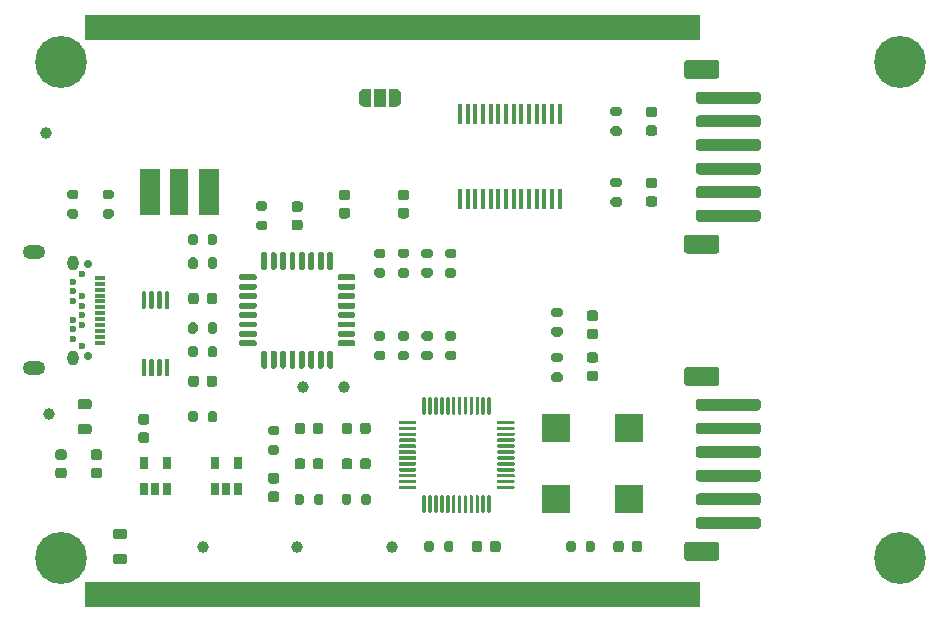
<source format=gbr>
%TF.GenerationSoftware,KiCad,Pcbnew,5.1.10*%
%TF.CreationDate,2021-06-06T23:04:05-06:00*%
%TF.ProjectId,mountaineer,6d6f756e-7461-4696-9e65-65722e6b6963,3*%
%TF.SameCoordinates,Original*%
%TF.FileFunction,Soldermask,Top*%
%TF.FilePolarity,Negative*%
%FSLAX46Y46*%
G04 Gerber Fmt 4.6, Leading zero omitted, Abs format (unit mm)*
G04 Created by KiCad (PCBNEW 5.1.10) date 2021-06-06 23:04:05*
%MOMM*%
%LPD*%
G01*
G04 APERTURE LIST*
%ADD10C,0.100000*%
%ADD11C,1.000000*%
%ADD12R,1.000000X1.500000*%
%ADD13O,0.950000X1.300000*%
%ADD14C,0.600000*%
%ADD15R,0.850000X0.350000*%
%ADD16C,0.700000*%
%ADD17O,1.900000X1.200000*%
%ADD18R,1.700000X4.000000*%
%ADD19R,1.500000X4.000000*%
%ADD20C,4.400000*%
%ADD21R,0.450000X1.750000*%
%ADD22R,0.650000X1.060000*%
%ADD23R,2.350000X2.450000*%
G04 APERTURE END LIST*
D10*
G36*
X173000000Y-132000000D02*
G01*
X121000000Y-132000000D01*
X121000000Y-130000000D01*
X173000000Y-130000000D01*
X173000000Y-132000000D01*
G37*
X173000000Y-132000000D02*
X121000000Y-132000000D01*
X121000000Y-130000000D01*
X173000000Y-130000000D01*
X173000000Y-132000000D01*
G36*
X173000000Y-84000000D02*
G01*
X121000000Y-84000000D01*
X121000000Y-82000000D01*
X173000000Y-82000000D01*
X173000000Y-84000000D01*
G37*
X173000000Y-84000000D02*
X121000000Y-84000000D01*
X121000000Y-82000000D01*
X173000000Y-82000000D01*
X173000000Y-84000000D01*
D11*
%TO.C,TP7*%
X139500000Y-113500000D03*
%TD*%
%TO.C,TP5*%
X143000000Y-113500000D03*
%TD*%
D10*
%TO.C,JP1*%
G36*
X146750000Y-88250000D02*
G01*
X147300000Y-88250000D01*
X147300000Y-88250602D01*
X147324534Y-88250602D01*
X147373365Y-88255412D01*
X147421490Y-88264984D01*
X147468445Y-88279228D01*
X147513778Y-88298005D01*
X147557051Y-88321136D01*
X147597850Y-88348396D01*
X147635779Y-88379524D01*
X147670476Y-88414221D01*
X147701604Y-88452150D01*
X147728864Y-88492949D01*
X147751995Y-88536222D01*
X147770772Y-88581555D01*
X147785016Y-88628510D01*
X147794588Y-88676635D01*
X147799398Y-88725466D01*
X147799398Y-88750000D01*
X147800000Y-88750000D01*
X147800000Y-89250000D01*
X147799398Y-89250000D01*
X147799398Y-89274534D01*
X147794588Y-89323365D01*
X147785016Y-89371490D01*
X147770772Y-89418445D01*
X147751995Y-89463778D01*
X147728864Y-89507051D01*
X147701604Y-89547850D01*
X147670476Y-89585779D01*
X147635779Y-89620476D01*
X147597850Y-89651604D01*
X147557051Y-89678864D01*
X147513778Y-89701995D01*
X147468445Y-89720772D01*
X147421490Y-89735016D01*
X147373365Y-89744588D01*
X147324534Y-89749398D01*
X147300000Y-89749398D01*
X147300000Y-89750000D01*
X146750000Y-89750000D01*
X146750000Y-88250000D01*
G37*
D12*
X146000000Y-89000000D03*
D10*
G36*
X144700000Y-89749398D02*
G01*
X144675466Y-89749398D01*
X144626635Y-89744588D01*
X144578510Y-89735016D01*
X144531555Y-89720772D01*
X144486222Y-89701995D01*
X144442949Y-89678864D01*
X144402150Y-89651604D01*
X144364221Y-89620476D01*
X144329524Y-89585779D01*
X144298396Y-89547850D01*
X144271136Y-89507051D01*
X144248005Y-89463778D01*
X144229228Y-89418445D01*
X144214984Y-89371490D01*
X144205412Y-89323365D01*
X144200602Y-89274534D01*
X144200602Y-89250000D01*
X144200000Y-89250000D01*
X144200000Y-88750000D01*
X144200602Y-88750000D01*
X144200602Y-88725466D01*
X144205412Y-88676635D01*
X144214984Y-88628510D01*
X144229228Y-88581555D01*
X144248005Y-88536222D01*
X144271136Y-88492949D01*
X144298396Y-88452150D01*
X144329524Y-88414221D01*
X144364221Y-88379524D01*
X144402150Y-88348396D01*
X144442949Y-88321136D01*
X144486222Y-88298005D01*
X144531555Y-88279228D01*
X144578510Y-88264984D01*
X144626635Y-88255412D01*
X144675466Y-88250602D01*
X144700000Y-88250602D01*
X144700000Y-88250000D01*
X145250000Y-88250000D01*
X145250000Y-89750000D01*
X144700000Y-89750000D01*
X144700000Y-89749398D01*
G37*
%TD*%
%TO.C,R25*%
G36*
G01*
X131425000Y-116275000D02*
X131425000Y-115725000D01*
G75*
G02*
X131625000Y-115525000I200000J0D01*
G01*
X132025000Y-115525000D01*
G75*
G02*
X132225000Y-115725000I0J-200000D01*
G01*
X132225000Y-116275000D01*
G75*
G02*
X132025000Y-116475000I-200000J0D01*
G01*
X131625000Y-116475000D01*
G75*
G02*
X131425000Y-116275000I0J200000D01*
G01*
G37*
G36*
G01*
X129775000Y-116275000D02*
X129775000Y-115725000D01*
G75*
G02*
X129975000Y-115525000I200000J0D01*
G01*
X130375000Y-115525000D01*
G75*
G02*
X130575000Y-115725000I0J-200000D01*
G01*
X130575000Y-116275000D01*
G75*
G02*
X130375000Y-116475000I-200000J0D01*
G01*
X129975000Y-116475000D01*
G75*
G02*
X129775000Y-116275000I0J200000D01*
G01*
G37*
%TD*%
D13*
%TO.C,J1*%
X120050000Y-111000000D03*
X120050000Y-103000000D03*
D14*
X120750000Y-107400000D03*
X120750000Y-106600000D03*
X120750000Y-108200000D03*
X120750000Y-105800000D03*
X120050000Y-107800000D03*
X120050000Y-106200000D03*
X120050000Y-108600000D03*
X120050000Y-105400000D03*
X120050000Y-109400000D03*
X120050000Y-104600000D03*
X120750000Y-103950000D03*
X120750000Y-110050000D03*
D15*
X122275000Y-109250000D03*
X122275000Y-108750000D03*
X122275000Y-108250000D03*
X122275000Y-107750000D03*
X122275000Y-107250000D03*
X122275000Y-106750000D03*
X122275000Y-106250000D03*
X122275000Y-105750000D03*
X122275000Y-105250000D03*
X122275000Y-104750000D03*
X122275000Y-109750000D03*
X122275000Y-104250000D03*
D16*
X121250000Y-103100000D03*
X121250000Y-110900000D03*
D17*
X116700000Y-102100000D03*
X116700000Y-111900000D03*
%TD*%
%TO.C,L2*%
G36*
G01*
X120618750Y-116625000D02*
X121381250Y-116625000D01*
G75*
G02*
X121600000Y-116843750I0J-218750D01*
G01*
X121600000Y-117281250D01*
G75*
G02*
X121381250Y-117500000I-218750J0D01*
G01*
X120618750Y-117500000D01*
G75*
G02*
X120400000Y-117281250I0J218750D01*
G01*
X120400000Y-116843750D01*
G75*
G02*
X120618750Y-116625000I218750J0D01*
G01*
G37*
G36*
G01*
X120618750Y-114500000D02*
X121381250Y-114500000D01*
G75*
G02*
X121600000Y-114718750I0J-218750D01*
G01*
X121600000Y-115156250D01*
G75*
G02*
X121381250Y-115375000I-218750J0D01*
G01*
X120618750Y-115375000D01*
G75*
G02*
X120400000Y-115156250I0J218750D01*
G01*
X120400000Y-114718750D01*
G75*
G02*
X120618750Y-114500000I218750J0D01*
G01*
G37*
%TD*%
%TO.C,L1*%
G36*
G01*
X124381250Y-126375000D02*
X123618750Y-126375000D01*
G75*
G02*
X123400000Y-126156250I0J218750D01*
G01*
X123400000Y-125718750D01*
G75*
G02*
X123618750Y-125500000I218750J0D01*
G01*
X124381250Y-125500000D01*
G75*
G02*
X124600000Y-125718750I0J-218750D01*
G01*
X124600000Y-126156250D01*
G75*
G02*
X124381250Y-126375000I-218750J0D01*
G01*
G37*
G36*
G01*
X124381250Y-128500000D02*
X123618750Y-128500000D01*
G75*
G02*
X123400000Y-128281250I0J218750D01*
G01*
X123400000Y-127843750D01*
G75*
G02*
X123618750Y-127625000I218750J0D01*
G01*
X124381250Y-127625000D01*
G75*
G02*
X124600000Y-127843750I0J-218750D01*
G01*
X124600000Y-128281250D01*
G75*
G02*
X124381250Y-128500000I-218750J0D01*
G01*
G37*
%TD*%
%TO.C,U5*%
G36*
G01*
X126125000Y-106875000D02*
X125925000Y-106875000D01*
G75*
G02*
X125825000Y-106775000I0J100000D01*
G01*
X125825000Y-105500000D01*
G75*
G02*
X125925000Y-105400000I100000J0D01*
G01*
X126125000Y-105400000D01*
G75*
G02*
X126225000Y-105500000I0J-100000D01*
G01*
X126225000Y-106775000D01*
G75*
G02*
X126125000Y-106875000I-100000J0D01*
G01*
G37*
G36*
G01*
X126775000Y-106875000D02*
X126575000Y-106875000D01*
G75*
G02*
X126475000Y-106775000I0J100000D01*
G01*
X126475000Y-105500000D01*
G75*
G02*
X126575000Y-105400000I100000J0D01*
G01*
X126775000Y-105400000D01*
G75*
G02*
X126875000Y-105500000I0J-100000D01*
G01*
X126875000Y-106775000D01*
G75*
G02*
X126775000Y-106875000I-100000J0D01*
G01*
G37*
G36*
G01*
X127425000Y-106875000D02*
X127225000Y-106875000D01*
G75*
G02*
X127125000Y-106775000I0J100000D01*
G01*
X127125000Y-105500000D01*
G75*
G02*
X127225000Y-105400000I100000J0D01*
G01*
X127425000Y-105400000D01*
G75*
G02*
X127525000Y-105500000I0J-100000D01*
G01*
X127525000Y-106775000D01*
G75*
G02*
X127425000Y-106875000I-100000J0D01*
G01*
G37*
G36*
G01*
X128075000Y-106875000D02*
X127875000Y-106875000D01*
G75*
G02*
X127775000Y-106775000I0J100000D01*
G01*
X127775000Y-105500000D01*
G75*
G02*
X127875000Y-105400000I100000J0D01*
G01*
X128075000Y-105400000D01*
G75*
G02*
X128175000Y-105500000I0J-100000D01*
G01*
X128175000Y-106775000D01*
G75*
G02*
X128075000Y-106875000I-100000J0D01*
G01*
G37*
G36*
G01*
X128075000Y-112600000D02*
X127875000Y-112600000D01*
G75*
G02*
X127775000Y-112500000I0J100000D01*
G01*
X127775000Y-111225000D01*
G75*
G02*
X127875000Y-111125000I100000J0D01*
G01*
X128075000Y-111125000D01*
G75*
G02*
X128175000Y-111225000I0J-100000D01*
G01*
X128175000Y-112500000D01*
G75*
G02*
X128075000Y-112600000I-100000J0D01*
G01*
G37*
G36*
G01*
X127425000Y-112600000D02*
X127225000Y-112600000D01*
G75*
G02*
X127125000Y-112500000I0J100000D01*
G01*
X127125000Y-111225000D01*
G75*
G02*
X127225000Y-111125000I100000J0D01*
G01*
X127425000Y-111125000D01*
G75*
G02*
X127525000Y-111225000I0J-100000D01*
G01*
X127525000Y-112500000D01*
G75*
G02*
X127425000Y-112600000I-100000J0D01*
G01*
G37*
G36*
G01*
X126775000Y-112600000D02*
X126575000Y-112600000D01*
G75*
G02*
X126475000Y-112500000I0J100000D01*
G01*
X126475000Y-111225000D01*
G75*
G02*
X126575000Y-111125000I100000J0D01*
G01*
X126775000Y-111125000D01*
G75*
G02*
X126875000Y-111225000I0J-100000D01*
G01*
X126875000Y-112500000D01*
G75*
G02*
X126775000Y-112600000I-100000J0D01*
G01*
G37*
G36*
G01*
X126125000Y-112600000D02*
X125925000Y-112600000D01*
G75*
G02*
X125825000Y-112500000I0J100000D01*
G01*
X125825000Y-111225000D01*
G75*
G02*
X125925000Y-111125000I100000J0D01*
G01*
X126125000Y-111125000D01*
G75*
G02*
X126225000Y-111225000I0J-100000D01*
G01*
X126225000Y-112500000D01*
G75*
G02*
X126125000Y-112600000I-100000J0D01*
G01*
G37*
%TD*%
D18*
%TO.C,Y1*%
X131500000Y-97000000D03*
D19*
X129000000Y-97000000D03*
D18*
X126500000Y-97000000D03*
%TD*%
%TO.C,J2*%
G36*
G01*
X174500000Y-87400000D02*
X172000000Y-87400000D01*
G75*
G02*
X171750000Y-87150000I0J250000D01*
G01*
X171750000Y-86050000D01*
G75*
G02*
X172000000Y-85800000I250000J0D01*
G01*
X174500000Y-85800000D01*
G75*
G02*
X174750000Y-86050000I0J-250000D01*
G01*
X174750000Y-87150000D01*
G75*
G02*
X174500000Y-87400000I-250000J0D01*
G01*
G37*
G36*
G01*
X174500000Y-102200000D02*
X172000000Y-102200000D01*
G75*
G02*
X171750000Y-101950000I0J250000D01*
G01*
X171750000Y-100850000D01*
G75*
G02*
X172000000Y-100600000I250000J0D01*
G01*
X174500000Y-100600000D01*
G75*
G02*
X174750000Y-100850000I0J-250000D01*
G01*
X174750000Y-101950000D01*
G75*
G02*
X174500000Y-102200000I-250000J0D01*
G01*
G37*
G36*
G01*
X178000000Y-89500000D02*
X173000000Y-89500000D01*
G75*
G02*
X172750000Y-89250000I0J250000D01*
G01*
X172750000Y-88750000D01*
G75*
G02*
X173000000Y-88500000I250000J0D01*
G01*
X178000000Y-88500000D01*
G75*
G02*
X178250000Y-88750000I0J-250000D01*
G01*
X178250000Y-89250000D01*
G75*
G02*
X178000000Y-89500000I-250000J0D01*
G01*
G37*
G36*
G01*
X178000000Y-91500000D02*
X173000000Y-91500000D01*
G75*
G02*
X172750000Y-91250000I0J250000D01*
G01*
X172750000Y-90750000D01*
G75*
G02*
X173000000Y-90500000I250000J0D01*
G01*
X178000000Y-90500000D01*
G75*
G02*
X178250000Y-90750000I0J-250000D01*
G01*
X178250000Y-91250000D01*
G75*
G02*
X178000000Y-91500000I-250000J0D01*
G01*
G37*
G36*
G01*
X178000000Y-93500000D02*
X173000000Y-93500000D01*
G75*
G02*
X172750000Y-93250000I0J250000D01*
G01*
X172750000Y-92750000D01*
G75*
G02*
X173000000Y-92500000I250000J0D01*
G01*
X178000000Y-92500000D01*
G75*
G02*
X178250000Y-92750000I0J-250000D01*
G01*
X178250000Y-93250000D01*
G75*
G02*
X178000000Y-93500000I-250000J0D01*
G01*
G37*
G36*
G01*
X178000000Y-95500000D02*
X173000000Y-95500000D01*
G75*
G02*
X172750000Y-95250000I0J250000D01*
G01*
X172750000Y-94750000D01*
G75*
G02*
X173000000Y-94500000I250000J0D01*
G01*
X178000000Y-94500000D01*
G75*
G02*
X178250000Y-94750000I0J-250000D01*
G01*
X178250000Y-95250000D01*
G75*
G02*
X178000000Y-95500000I-250000J0D01*
G01*
G37*
G36*
G01*
X178000000Y-97500000D02*
X173000000Y-97500000D01*
G75*
G02*
X172750000Y-97250000I0J250000D01*
G01*
X172750000Y-96750000D01*
G75*
G02*
X173000000Y-96500000I250000J0D01*
G01*
X178000000Y-96500000D01*
G75*
G02*
X178250000Y-96750000I0J-250000D01*
G01*
X178250000Y-97250000D01*
G75*
G02*
X178000000Y-97500000I-250000J0D01*
G01*
G37*
G36*
G01*
X178000000Y-99500000D02*
X173000000Y-99500000D01*
G75*
G02*
X172750000Y-99250000I0J250000D01*
G01*
X172750000Y-98750000D01*
G75*
G02*
X173000000Y-98500000I250000J0D01*
G01*
X178000000Y-98500000D01*
G75*
G02*
X178250000Y-98750000I0J-250000D01*
G01*
X178250000Y-99250000D01*
G75*
G02*
X178000000Y-99500000I-250000J0D01*
G01*
G37*
%TD*%
%TO.C,J3*%
G36*
G01*
X174500000Y-113400000D02*
X172000000Y-113400000D01*
G75*
G02*
X171750000Y-113150000I0J250000D01*
G01*
X171750000Y-112050000D01*
G75*
G02*
X172000000Y-111800000I250000J0D01*
G01*
X174500000Y-111800000D01*
G75*
G02*
X174750000Y-112050000I0J-250000D01*
G01*
X174750000Y-113150000D01*
G75*
G02*
X174500000Y-113400000I-250000J0D01*
G01*
G37*
G36*
G01*
X174500000Y-128200000D02*
X172000000Y-128200000D01*
G75*
G02*
X171750000Y-127950000I0J250000D01*
G01*
X171750000Y-126850000D01*
G75*
G02*
X172000000Y-126600000I250000J0D01*
G01*
X174500000Y-126600000D01*
G75*
G02*
X174750000Y-126850000I0J-250000D01*
G01*
X174750000Y-127950000D01*
G75*
G02*
X174500000Y-128200000I-250000J0D01*
G01*
G37*
G36*
G01*
X178000000Y-115500000D02*
X173000000Y-115500000D01*
G75*
G02*
X172750000Y-115250000I0J250000D01*
G01*
X172750000Y-114750000D01*
G75*
G02*
X173000000Y-114500000I250000J0D01*
G01*
X178000000Y-114500000D01*
G75*
G02*
X178250000Y-114750000I0J-250000D01*
G01*
X178250000Y-115250000D01*
G75*
G02*
X178000000Y-115500000I-250000J0D01*
G01*
G37*
G36*
G01*
X178000000Y-117500000D02*
X173000000Y-117500000D01*
G75*
G02*
X172750000Y-117250000I0J250000D01*
G01*
X172750000Y-116750000D01*
G75*
G02*
X173000000Y-116500000I250000J0D01*
G01*
X178000000Y-116500000D01*
G75*
G02*
X178250000Y-116750000I0J-250000D01*
G01*
X178250000Y-117250000D01*
G75*
G02*
X178000000Y-117500000I-250000J0D01*
G01*
G37*
G36*
G01*
X178000000Y-119500000D02*
X173000000Y-119500000D01*
G75*
G02*
X172750000Y-119250000I0J250000D01*
G01*
X172750000Y-118750000D01*
G75*
G02*
X173000000Y-118500000I250000J0D01*
G01*
X178000000Y-118500000D01*
G75*
G02*
X178250000Y-118750000I0J-250000D01*
G01*
X178250000Y-119250000D01*
G75*
G02*
X178000000Y-119500000I-250000J0D01*
G01*
G37*
G36*
G01*
X178000000Y-121500000D02*
X173000000Y-121500000D01*
G75*
G02*
X172750000Y-121250000I0J250000D01*
G01*
X172750000Y-120750000D01*
G75*
G02*
X173000000Y-120500000I250000J0D01*
G01*
X178000000Y-120500000D01*
G75*
G02*
X178250000Y-120750000I0J-250000D01*
G01*
X178250000Y-121250000D01*
G75*
G02*
X178000000Y-121500000I-250000J0D01*
G01*
G37*
G36*
G01*
X178000000Y-123500000D02*
X173000000Y-123500000D01*
G75*
G02*
X172750000Y-123250000I0J250000D01*
G01*
X172750000Y-122750000D01*
G75*
G02*
X173000000Y-122500000I250000J0D01*
G01*
X178000000Y-122500000D01*
G75*
G02*
X178250000Y-122750000I0J-250000D01*
G01*
X178250000Y-123250000D01*
G75*
G02*
X178000000Y-123500000I-250000J0D01*
G01*
G37*
G36*
G01*
X178000000Y-125500000D02*
X173000000Y-125500000D01*
G75*
G02*
X172750000Y-125250000I0J250000D01*
G01*
X172750000Y-124750000D01*
G75*
G02*
X173000000Y-124500000I250000J0D01*
G01*
X178000000Y-124500000D01*
G75*
G02*
X178250000Y-124750000I0J-250000D01*
G01*
X178250000Y-125250000D01*
G75*
G02*
X178000000Y-125500000I-250000J0D01*
G01*
G37*
%TD*%
D20*
%TO.C,H4*%
X190000000Y-86000000D03*
%TD*%
%TO.C,H3*%
X190000000Y-128000000D03*
%TD*%
%TO.C,H2*%
X119000000Y-86000000D03*
%TD*%
%TO.C,H1*%
X119000000Y-128000000D03*
%TD*%
D21*
%TO.C,U2*%
X161225000Y-97600000D03*
X160575000Y-97600000D03*
X159925000Y-97600000D03*
X159275000Y-97600000D03*
X158625000Y-97600000D03*
X157975000Y-97600000D03*
X157325000Y-97600000D03*
X156675000Y-97600000D03*
X156025000Y-97600000D03*
X155375000Y-97600000D03*
X154725000Y-97600000D03*
X154075000Y-97600000D03*
X153425000Y-97600000D03*
X152775000Y-97600000D03*
X152775000Y-90400000D03*
X153425000Y-90400000D03*
X154075000Y-90400000D03*
X154725000Y-90400000D03*
X155375000Y-90400000D03*
X156025000Y-90400000D03*
X156675000Y-90400000D03*
X157325000Y-90400000D03*
X157975000Y-90400000D03*
X158625000Y-90400000D03*
X159275000Y-90400000D03*
X159925000Y-90400000D03*
X160575000Y-90400000D03*
X161225000Y-90400000D03*
%TD*%
%TO.C,U1*%
G36*
G01*
X135450000Y-110050000D02*
X134200000Y-110050000D01*
G75*
G02*
X134075000Y-109925000I0J125000D01*
G01*
X134075000Y-109675000D01*
G75*
G02*
X134200000Y-109550000I125000J0D01*
G01*
X135450000Y-109550000D01*
G75*
G02*
X135575000Y-109675000I0J-125000D01*
G01*
X135575000Y-109925000D01*
G75*
G02*
X135450000Y-110050000I-125000J0D01*
G01*
G37*
G36*
G01*
X135450000Y-109250000D02*
X134200000Y-109250000D01*
G75*
G02*
X134075000Y-109125000I0J125000D01*
G01*
X134075000Y-108875000D01*
G75*
G02*
X134200000Y-108750000I125000J0D01*
G01*
X135450000Y-108750000D01*
G75*
G02*
X135575000Y-108875000I0J-125000D01*
G01*
X135575000Y-109125000D01*
G75*
G02*
X135450000Y-109250000I-125000J0D01*
G01*
G37*
G36*
G01*
X135450000Y-108450000D02*
X134200000Y-108450000D01*
G75*
G02*
X134075000Y-108325000I0J125000D01*
G01*
X134075000Y-108075000D01*
G75*
G02*
X134200000Y-107950000I125000J0D01*
G01*
X135450000Y-107950000D01*
G75*
G02*
X135575000Y-108075000I0J-125000D01*
G01*
X135575000Y-108325000D01*
G75*
G02*
X135450000Y-108450000I-125000J0D01*
G01*
G37*
G36*
G01*
X135450000Y-107650000D02*
X134200000Y-107650000D01*
G75*
G02*
X134075000Y-107525000I0J125000D01*
G01*
X134075000Y-107275000D01*
G75*
G02*
X134200000Y-107150000I125000J0D01*
G01*
X135450000Y-107150000D01*
G75*
G02*
X135575000Y-107275000I0J-125000D01*
G01*
X135575000Y-107525000D01*
G75*
G02*
X135450000Y-107650000I-125000J0D01*
G01*
G37*
G36*
G01*
X135450000Y-106850000D02*
X134200000Y-106850000D01*
G75*
G02*
X134075000Y-106725000I0J125000D01*
G01*
X134075000Y-106475000D01*
G75*
G02*
X134200000Y-106350000I125000J0D01*
G01*
X135450000Y-106350000D01*
G75*
G02*
X135575000Y-106475000I0J-125000D01*
G01*
X135575000Y-106725000D01*
G75*
G02*
X135450000Y-106850000I-125000J0D01*
G01*
G37*
G36*
G01*
X135450000Y-106050000D02*
X134200000Y-106050000D01*
G75*
G02*
X134075000Y-105925000I0J125000D01*
G01*
X134075000Y-105675000D01*
G75*
G02*
X134200000Y-105550000I125000J0D01*
G01*
X135450000Y-105550000D01*
G75*
G02*
X135575000Y-105675000I0J-125000D01*
G01*
X135575000Y-105925000D01*
G75*
G02*
X135450000Y-106050000I-125000J0D01*
G01*
G37*
G36*
G01*
X135450000Y-105250000D02*
X134200000Y-105250000D01*
G75*
G02*
X134075000Y-105125000I0J125000D01*
G01*
X134075000Y-104875000D01*
G75*
G02*
X134200000Y-104750000I125000J0D01*
G01*
X135450000Y-104750000D01*
G75*
G02*
X135575000Y-104875000I0J-125000D01*
G01*
X135575000Y-105125000D01*
G75*
G02*
X135450000Y-105250000I-125000J0D01*
G01*
G37*
G36*
G01*
X135450000Y-104450000D02*
X134200000Y-104450000D01*
G75*
G02*
X134075000Y-104325000I0J125000D01*
G01*
X134075000Y-104075000D01*
G75*
G02*
X134200000Y-103950000I125000J0D01*
G01*
X135450000Y-103950000D01*
G75*
G02*
X135575000Y-104075000I0J-125000D01*
G01*
X135575000Y-104325000D01*
G75*
G02*
X135450000Y-104450000I-125000J0D01*
G01*
G37*
G36*
G01*
X136325000Y-103575000D02*
X136075000Y-103575000D01*
G75*
G02*
X135950000Y-103450000I0J125000D01*
G01*
X135950000Y-102200000D01*
G75*
G02*
X136075000Y-102075000I125000J0D01*
G01*
X136325000Y-102075000D01*
G75*
G02*
X136450000Y-102200000I0J-125000D01*
G01*
X136450000Y-103450000D01*
G75*
G02*
X136325000Y-103575000I-125000J0D01*
G01*
G37*
G36*
G01*
X137125000Y-103575000D02*
X136875000Y-103575000D01*
G75*
G02*
X136750000Y-103450000I0J125000D01*
G01*
X136750000Y-102200000D01*
G75*
G02*
X136875000Y-102075000I125000J0D01*
G01*
X137125000Y-102075000D01*
G75*
G02*
X137250000Y-102200000I0J-125000D01*
G01*
X137250000Y-103450000D01*
G75*
G02*
X137125000Y-103575000I-125000J0D01*
G01*
G37*
G36*
G01*
X137925000Y-103575000D02*
X137675000Y-103575000D01*
G75*
G02*
X137550000Y-103450000I0J125000D01*
G01*
X137550000Y-102200000D01*
G75*
G02*
X137675000Y-102075000I125000J0D01*
G01*
X137925000Y-102075000D01*
G75*
G02*
X138050000Y-102200000I0J-125000D01*
G01*
X138050000Y-103450000D01*
G75*
G02*
X137925000Y-103575000I-125000J0D01*
G01*
G37*
G36*
G01*
X138725000Y-103575000D02*
X138475000Y-103575000D01*
G75*
G02*
X138350000Y-103450000I0J125000D01*
G01*
X138350000Y-102200000D01*
G75*
G02*
X138475000Y-102075000I125000J0D01*
G01*
X138725000Y-102075000D01*
G75*
G02*
X138850000Y-102200000I0J-125000D01*
G01*
X138850000Y-103450000D01*
G75*
G02*
X138725000Y-103575000I-125000J0D01*
G01*
G37*
G36*
G01*
X139525000Y-103575000D02*
X139275000Y-103575000D01*
G75*
G02*
X139150000Y-103450000I0J125000D01*
G01*
X139150000Y-102200000D01*
G75*
G02*
X139275000Y-102075000I125000J0D01*
G01*
X139525000Y-102075000D01*
G75*
G02*
X139650000Y-102200000I0J-125000D01*
G01*
X139650000Y-103450000D01*
G75*
G02*
X139525000Y-103575000I-125000J0D01*
G01*
G37*
G36*
G01*
X140325000Y-103575000D02*
X140075000Y-103575000D01*
G75*
G02*
X139950000Y-103450000I0J125000D01*
G01*
X139950000Y-102200000D01*
G75*
G02*
X140075000Y-102075000I125000J0D01*
G01*
X140325000Y-102075000D01*
G75*
G02*
X140450000Y-102200000I0J-125000D01*
G01*
X140450000Y-103450000D01*
G75*
G02*
X140325000Y-103575000I-125000J0D01*
G01*
G37*
G36*
G01*
X141125000Y-103575000D02*
X140875000Y-103575000D01*
G75*
G02*
X140750000Y-103450000I0J125000D01*
G01*
X140750000Y-102200000D01*
G75*
G02*
X140875000Y-102075000I125000J0D01*
G01*
X141125000Y-102075000D01*
G75*
G02*
X141250000Y-102200000I0J-125000D01*
G01*
X141250000Y-103450000D01*
G75*
G02*
X141125000Y-103575000I-125000J0D01*
G01*
G37*
G36*
G01*
X141925000Y-103575000D02*
X141675000Y-103575000D01*
G75*
G02*
X141550000Y-103450000I0J125000D01*
G01*
X141550000Y-102200000D01*
G75*
G02*
X141675000Y-102075000I125000J0D01*
G01*
X141925000Y-102075000D01*
G75*
G02*
X142050000Y-102200000I0J-125000D01*
G01*
X142050000Y-103450000D01*
G75*
G02*
X141925000Y-103575000I-125000J0D01*
G01*
G37*
G36*
G01*
X143800000Y-104450000D02*
X142550000Y-104450000D01*
G75*
G02*
X142425000Y-104325000I0J125000D01*
G01*
X142425000Y-104075000D01*
G75*
G02*
X142550000Y-103950000I125000J0D01*
G01*
X143800000Y-103950000D01*
G75*
G02*
X143925000Y-104075000I0J-125000D01*
G01*
X143925000Y-104325000D01*
G75*
G02*
X143800000Y-104450000I-125000J0D01*
G01*
G37*
G36*
G01*
X143800000Y-105250000D02*
X142550000Y-105250000D01*
G75*
G02*
X142425000Y-105125000I0J125000D01*
G01*
X142425000Y-104875000D01*
G75*
G02*
X142550000Y-104750000I125000J0D01*
G01*
X143800000Y-104750000D01*
G75*
G02*
X143925000Y-104875000I0J-125000D01*
G01*
X143925000Y-105125000D01*
G75*
G02*
X143800000Y-105250000I-125000J0D01*
G01*
G37*
G36*
G01*
X143800000Y-106050000D02*
X142550000Y-106050000D01*
G75*
G02*
X142425000Y-105925000I0J125000D01*
G01*
X142425000Y-105675000D01*
G75*
G02*
X142550000Y-105550000I125000J0D01*
G01*
X143800000Y-105550000D01*
G75*
G02*
X143925000Y-105675000I0J-125000D01*
G01*
X143925000Y-105925000D01*
G75*
G02*
X143800000Y-106050000I-125000J0D01*
G01*
G37*
G36*
G01*
X143800000Y-106850000D02*
X142550000Y-106850000D01*
G75*
G02*
X142425000Y-106725000I0J125000D01*
G01*
X142425000Y-106475000D01*
G75*
G02*
X142550000Y-106350000I125000J0D01*
G01*
X143800000Y-106350000D01*
G75*
G02*
X143925000Y-106475000I0J-125000D01*
G01*
X143925000Y-106725000D01*
G75*
G02*
X143800000Y-106850000I-125000J0D01*
G01*
G37*
G36*
G01*
X143800000Y-107650000D02*
X142550000Y-107650000D01*
G75*
G02*
X142425000Y-107525000I0J125000D01*
G01*
X142425000Y-107275000D01*
G75*
G02*
X142550000Y-107150000I125000J0D01*
G01*
X143800000Y-107150000D01*
G75*
G02*
X143925000Y-107275000I0J-125000D01*
G01*
X143925000Y-107525000D01*
G75*
G02*
X143800000Y-107650000I-125000J0D01*
G01*
G37*
G36*
G01*
X143800000Y-108450000D02*
X142550000Y-108450000D01*
G75*
G02*
X142425000Y-108325000I0J125000D01*
G01*
X142425000Y-108075000D01*
G75*
G02*
X142550000Y-107950000I125000J0D01*
G01*
X143800000Y-107950000D01*
G75*
G02*
X143925000Y-108075000I0J-125000D01*
G01*
X143925000Y-108325000D01*
G75*
G02*
X143800000Y-108450000I-125000J0D01*
G01*
G37*
G36*
G01*
X143800000Y-109250000D02*
X142550000Y-109250000D01*
G75*
G02*
X142425000Y-109125000I0J125000D01*
G01*
X142425000Y-108875000D01*
G75*
G02*
X142550000Y-108750000I125000J0D01*
G01*
X143800000Y-108750000D01*
G75*
G02*
X143925000Y-108875000I0J-125000D01*
G01*
X143925000Y-109125000D01*
G75*
G02*
X143800000Y-109250000I-125000J0D01*
G01*
G37*
G36*
G01*
X143800000Y-110050000D02*
X142550000Y-110050000D01*
G75*
G02*
X142425000Y-109925000I0J125000D01*
G01*
X142425000Y-109675000D01*
G75*
G02*
X142550000Y-109550000I125000J0D01*
G01*
X143800000Y-109550000D01*
G75*
G02*
X143925000Y-109675000I0J-125000D01*
G01*
X143925000Y-109925000D01*
G75*
G02*
X143800000Y-110050000I-125000J0D01*
G01*
G37*
G36*
G01*
X141925000Y-111925000D02*
X141675000Y-111925000D01*
G75*
G02*
X141550000Y-111800000I0J125000D01*
G01*
X141550000Y-110550000D01*
G75*
G02*
X141675000Y-110425000I125000J0D01*
G01*
X141925000Y-110425000D01*
G75*
G02*
X142050000Y-110550000I0J-125000D01*
G01*
X142050000Y-111800000D01*
G75*
G02*
X141925000Y-111925000I-125000J0D01*
G01*
G37*
G36*
G01*
X141125000Y-111925000D02*
X140875000Y-111925000D01*
G75*
G02*
X140750000Y-111800000I0J125000D01*
G01*
X140750000Y-110550000D01*
G75*
G02*
X140875000Y-110425000I125000J0D01*
G01*
X141125000Y-110425000D01*
G75*
G02*
X141250000Y-110550000I0J-125000D01*
G01*
X141250000Y-111800000D01*
G75*
G02*
X141125000Y-111925000I-125000J0D01*
G01*
G37*
G36*
G01*
X140325000Y-111925000D02*
X140075000Y-111925000D01*
G75*
G02*
X139950000Y-111800000I0J125000D01*
G01*
X139950000Y-110550000D01*
G75*
G02*
X140075000Y-110425000I125000J0D01*
G01*
X140325000Y-110425000D01*
G75*
G02*
X140450000Y-110550000I0J-125000D01*
G01*
X140450000Y-111800000D01*
G75*
G02*
X140325000Y-111925000I-125000J0D01*
G01*
G37*
G36*
G01*
X139525000Y-111925000D02*
X139275000Y-111925000D01*
G75*
G02*
X139150000Y-111800000I0J125000D01*
G01*
X139150000Y-110550000D01*
G75*
G02*
X139275000Y-110425000I125000J0D01*
G01*
X139525000Y-110425000D01*
G75*
G02*
X139650000Y-110550000I0J-125000D01*
G01*
X139650000Y-111800000D01*
G75*
G02*
X139525000Y-111925000I-125000J0D01*
G01*
G37*
G36*
G01*
X138725000Y-111925000D02*
X138475000Y-111925000D01*
G75*
G02*
X138350000Y-111800000I0J125000D01*
G01*
X138350000Y-110550000D01*
G75*
G02*
X138475000Y-110425000I125000J0D01*
G01*
X138725000Y-110425000D01*
G75*
G02*
X138850000Y-110550000I0J-125000D01*
G01*
X138850000Y-111800000D01*
G75*
G02*
X138725000Y-111925000I-125000J0D01*
G01*
G37*
G36*
G01*
X137925000Y-111925000D02*
X137675000Y-111925000D01*
G75*
G02*
X137550000Y-111800000I0J125000D01*
G01*
X137550000Y-110550000D01*
G75*
G02*
X137675000Y-110425000I125000J0D01*
G01*
X137925000Y-110425000D01*
G75*
G02*
X138050000Y-110550000I0J-125000D01*
G01*
X138050000Y-111800000D01*
G75*
G02*
X137925000Y-111925000I-125000J0D01*
G01*
G37*
G36*
G01*
X137125000Y-111925000D02*
X136875000Y-111925000D01*
G75*
G02*
X136750000Y-111800000I0J125000D01*
G01*
X136750000Y-110550000D01*
G75*
G02*
X136875000Y-110425000I125000J0D01*
G01*
X137125000Y-110425000D01*
G75*
G02*
X137250000Y-110550000I0J-125000D01*
G01*
X137250000Y-111800000D01*
G75*
G02*
X137125000Y-111925000I-125000J0D01*
G01*
G37*
G36*
G01*
X136325000Y-111925000D02*
X136075000Y-111925000D01*
G75*
G02*
X135950000Y-111800000I0J125000D01*
G01*
X135950000Y-110550000D01*
G75*
G02*
X136075000Y-110425000I125000J0D01*
G01*
X136325000Y-110425000D01*
G75*
G02*
X136450000Y-110550000I0J-125000D01*
G01*
X136450000Y-111800000D01*
G75*
G02*
X136325000Y-111925000I-125000J0D01*
G01*
G37*
%TD*%
%TO.C,U3*%
G36*
G01*
X149600000Y-115750000D02*
X149600000Y-114425000D01*
G75*
G02*
X149675000Y-114350000I75000J0D01*
G01*
X149825000Y-114350000D01*
G75*
G02*
X149900000Y-114425000I0J-75000D01*
G01*
X149900000Y-115750000D01*
G75*
G02*
X149825000Y-115825000I-75000J0D01*
G01*
X149675000Y-115825000D01*
G75*
G02*
X149600000Y-115750000I0J75000D01*
G01*
G37*
G36*
G01*
X150100000Y-115750000D02*
X150100000Y-114425000D01*
G75*
G02*
X150175000Y-114350000I75000J0D01*
G01*
X150325000Y-114350000D01*
G75*
G02*
X150400000Y-114425000I0J-75000D01*
G01*
X150400000Y-115750000D01*
G75*
G02*
X150325000Y-115825000I-75000J0D01*
G01*
X150175000Y-115825000D01*
G75*
G02*
X150100000Y-115750000I0J75000D01*
G01*
G37*
G36*
G01*
X150600000Y-115750000D02*
X150600000Y-114425000D01*
G75*
G02*
X150675000Y-114350000I75000J0D01*
G01*
X150825000Y-114350000D01*
G75*
G02*
X150900000Y-114425000I0J-75000D01*
G01*
X150900000Y-115750000D01*
G75*
G02*
X150825000Y-115825000I-75000J0D01*
G01*
X150675000Y-115825000D01*
G75*
G02*
X150600000Y-115750000I0J75000D01*
G01*
G37*
G36*
G01*
X151100000Y-115750000D02*
X151100000Y-114425000D01*
G75*
G02*
X151175000Y-114350000I75000J0D01*
G01*
X151325000Y-114350000D01*
G75*
G02*
X151400000Y-114425000I0J-75000D01*
G01*
X151400000Y-115750000D01*
G75*
G02*
X151325000Y-115825000I-75000J0D01*
G01*
X151175000Y-115825000D01*
G75*
G02*
X151100000Y-115750000I0J75000D01*
G01*
G37*
G36*
G01*
X151600000Y-115750000D02*
X151600000Y-114425000D01*
G75*
G02*
X151675000Y-114350000I75000J0D01*
G01*
X151825000Y-114350000D01*
G75*
G02*
X151900000Y-114425000I0J-75000D01*
G01*
X151900000Y-115750000D01*
G75*
G02*
X151825000Y-115825000I-75000J0D01*
G01*
X151675000Y-115825000D01*
G75*
G02*
X151600000Y-115750000I0J75000D01*
G01*
G37*
G36*
G01*
X152100000Y-115750000D02*
X152100000Y-114425000D01*
G75*
G02*
X152175000Y-114350000I75000J0D01*
G01*
X152325000Y-114350000D01*
G75*
G02*
X152400000Y-114425000I0J-75000D01*
G01*
X152400000Y-115750000D01*
G75*
G02*
X152325000Y-115825000I-75000J0D01*
G01*
X152175000Y-115825000D01*
G75*
G02*
X152100000Y-115750000I0J75000D01*
G01*
G37*
G36*
G01*
X152600000Y-115750000D02*
X152600000Y-114425000D01*
G75*
G02*
X152675000Y-114350000I75000J0D01*
G01*
X152825000Y-114350000D01*
G75*
G02*
X152900000Y-114425000I0J-75000D01*
G01*
X152900000Y-115750000D01*
G75*
G02*
X152825000Y-115825000I-75000J0D01*
G01*
X152675000Y-115825000D01*
G75*
G02*
X152600000Y-115750000I0J75000D01*
G01*
G37*
G36*
G01*
X153100000Y-115750000D02*
X153100000Y-114425000D01*
G75*
G02*
X153175000Y-114350000I75000J0D01*
G01*
X153325000Y-114350000D01*
G75*
G02*
X153400000Y-114425000I0J-75000D01*
G01*
X153400000Y-115750000D01*
G75*
G02*
X153325000Y-115825000I-75000J0D01*
G01*
X153175000Y-115825000D01*
G75*
G02*
X153100000Y-115750000I0J75000D01*
G01*
G37*
G36*
G01*
X153600000Y-115750000D02*
X153600000Y-114425000D01*
G75*
G02*
X153675000Y-114350000I75000J0D01*
G01*
X153825000Y-114350000D01*
G75*
G02*
X153900000Y-114425000I0J-75000D01*
G01*
X153900000Y-115750000D01*
G75*
G02*
X153825000Y-115825000I-75000J0D01*
G01*
X153675000Y-115825000D01*
G75*
G02*
X153600000Y-115750000I0J75000D01*
G01*
G37*
G36*
G01*
X154100000Y-115750000D02*
X154100000Y-114425000D01*
G75*
G02*
X154175000Y-114350000I75000J0D01*
G01*
X154325000Y-114350000D01*
G75*
G02*
X154400000Y-114425000I0J-75000D01*
G01*
X154400000Y-115750000D01*
G75*
G02*
X154325000Y-115825000I-75000J0D01*
G01*
X154175000Y-115825000D01*
G75*
G02*
X154100000Y-115750000I0J75000D01*
G01*
G37*
G36*
G01*
X154600000Y-115750000D02*
X154600000Y-114425000D01*
G75*
G02*
X154675000Y-114350000I75000J0D01*
G01*
X154825000Y-114350000D01*
G75*
G02*
X154900000Y-114425000I0J-75000D01*
G01*
X154900000Y-115750000D01*
G75*
G02*
X154825000Y-115825000I-75000J0D01*
G01*
X154675000Y-115825000D01*
G75*
G02*
X154600000Y-115750000I0J75000D01*
G01*
G37*
G36*
G01*
X155100000Y-115750000D02*
X155100000Y-114425000D01*
G75*
G02*
X155175000Y-114350000I75000J0D01*
G01*
X155325000Y-114350000D01*
G75*
G02*
X155400000Y-114425000I0J-75000D01*
G01*
X155400000Y-115750000D01*
G75*
G02*
X155325000Y-115825000I-75000J0D01*
G01*
X155175000Y-115825000D01*
G75*
G02*
X155100000Y-115750000I0J75000D01*
G01*
G37*
G36*
G01*
X155925000Y-116575000D02*
X155925000Y-116425000D01*
G75*
G02*
X156000000Y-116350000I75000J0D01*
G01*
X157325000Y-116350000D01*
G75*
G02*
X157400000Y-116425000I0J-75000D01*
G01*
X157400000Y-116575000D01*
G75*
G02*
X157325000Y-116650000I-75000J0D01*
G01*
X156000000Y-116650000D01*
G75*
G02*
X155925000Y-116575000I0J75000D01*
G01*
G37*
G36*
G01*
X155925000Y-117075000D02*
X155925000Y-116925000D01*
G75*
G02*
X156000000Y-116850000I75000J0D01*
G01*
X157325000Y-116850000D01*
G75*
G02*
X157400000Y-116925000I0J-75000D01*
G01*
X157400000Y-117075000D01*
G75*
G02*
X157325000Y-117150000I-75000J0D01*
G01*
X156000000Y-117150000D01*
G75*
G02*
X155925000Y-117075000I0J75000D01*
G01*
G37*
G36*
G01*
X155925000Y-117575000D02*
X155925000Y-117425000D01*
G75*
G02*
X156000000Y-117350000I75000J0D01*
G01*
X157325000Y-117350000D01*
G75*
G02*
X157400000Y-117425000I0J-75000D01*
G01*
X157400000Y-117575000D01*
G75*
G02*
X157325000Y-117650000I-75000J0D01*
G01*
X156000000Y-117650000D01*
G75*
G02*
X155925000Y-117575000I0J75000D01*
G01*
G37*
G36*
G01*
X155925000Y-118075000D02*
X155925000Y-117925000D01*
G75*
G02*
X156000000Y-117850000I75000J0D01*
G01*
X157325000Y-117850000D01*
G75*
G02*
X157400000Y-117925000I0J-75000D01*
G01*
X157400000Y-118075000D01*
G75*
G02*
X157325000Y-118150000I-75000J0D01*
G01*
X156000000Y-118150000D01*
G75*
G02*
X155925000Y-118075000I0J75000D01*
G01*
G37*
G36*
G01*
X155925000Y-118575000D02*
X155925000Y-118425000D01*
G75*
G02*
X156000000Y-118350000I75000J0D01*
G01*
X157325000Y-118350000D01*
G75*
G02*
X157400000Y-118425000I0J-75000D01*
G01*
X157400000Y-118575000D01*
G75*
G02*
X157325000Y-118650000I-75000J0D01*
G01*
X156000000Y-118650000D01*
G75*
G02*
X155925000Y-118575000I0J75000D01*
G01*
G37*
G36*
G01*
X155925000Y-119075000D02*
X155925000Y-118925000D01*
G75*
G02*
X156000000Y-118850000I75000J0D01*
G01*
X157325000Y-118850000D01*
G75*
G02*
X157400000Y-118925000I0J-75000D01*
G01*
X157400000Y-119075000D01*
G75*
G02*
X157325000Y-119150000I-75000J0D01*
G01*
X156000000Y-119150000D01*
G75*
G02*
X155925000Y-119075000I0J75000D01*
G01*
G37*
G36*
G01*
X155925000Y-119575000D02*
X155925000Y-119425000D01*
G75*
G02*
X156000000Y-119350000I75000J0D01*
G01*
X157325000Y-119350000D01*
G75*
G02*
X157400000Y-119425000I0J-75000D01*
G01*
X157400000Y-119575000D01*
G75*
G02*
X157325000Y-119650000I-75000J0D01*
G01*
X156000000Y-119650000D01*
G75*
G02*
X155925000Y-119575000I0J75000D01*
G01*
G37*
G36*
G01*
X155925000Y-120075000D02*
X155925000Y-119925000D01*
G75*
G02*
X156000000Y-119850000I75000J0D01*
G01*
X157325000Y-119850000D01*
G75*
G02*
X157400000Y-119925000I0J-75000D01*
G01*
X157400000Y-120075000D01*
G75*
G02*
X157325000Y-120150000I-75000J0D01*
G01*
X156000000Y-120150000D01*
G75*
G02*
X155925000Y-120075000I0J75000D01*
G01*
G37*
G36*
G01*
X155925000Y-120575000D02*
X155925000Y-120425000D01*
G75*
G02*
X156000000Y-120350000I75000J0D01*
G01*
X157325000Y-120350000D01*
G75*
G02*
X157400000Y-120425000I0J-75000D01*
G01*
X157400000Y-120575000D01*
G75*
G02*
X157325000Y-120650000I-75000J0D01*
G01*
X156000000Y-120650000D01*
G75*
G02*
X155925000Y-120575000I0J75000D01*
G01*
G37*
G36*
G01*
X155925000Y-121075000D02*
X155925000Y-120925000D01*
G75*
G02*
X156000000Y-120850000I75000J0D01*
G01*
X157325000Y-120850000D01*
G75*
G02*
X157400000Y-120925000I0J-75000D01*
G01*
X157400000Y-121075000D01*
G75*
G02*
X157325000Y-121150000I-75000J0D01*
G01*
X156000000Y-121150000D01*
G75*
G02*
X155925000Y-121075000I0J75000D01*
G01*
G37*
G36*
G01*
X155925000Y-121575000D02*
X155925000Y-121425000D01*
G75*
G02*
X156000000Y-121350000I75000J0D01*
G01*
X157325000Y-121350000D01*
G75*
G02*
X157400000Y-121425000I0J-75000D01*
G01*
X157400000Y-121575000D01*
G75*
G02*
X157325000Y-121650000I-75000J0D01*
G01*
X156000000Y-121650000D01*
G75*
G02*
X155925000Y-121575000I0J75000D01*
G01*
G37*
G36*
G01*
X155925000Y-122075000D02*
X155925000Y-121925000D01*
G75*
G02*
X156000000Y-121850000I75000J0D01*
G01*
X157325000Y-121850000D01*
G75*
G02*
X157400000Y-121925000I0J-75000D01*
G01*
X157400000Y-122075000D01*
G75*
G02*
X157325000Y-122150000I-75000J0D01*
G01*
X156000000Y-122150000D01*
G75*
G02*
X155925000Y-122075000I0J75000D01*
G01*
G37*
G36*
G01*
X155100000Y-124075000D02*
X155100000Y-122750000D01*
G75*
G02*
X155175000Y-122675000I75000J0D01*
G01*
X155325000Y-122675000D01*
G75*
G02*
X155400000Y-122750000I0J-75000D01*
G01*
X155400000Y-124075000D01*
G75*
G02*
X155325000Y-124150000I-75000J0D01*
G01*
X155175000Y-124150000D01*
G75*
G02*
X155100000Y-124075000I0J75000D01*
G01*
G37*
G36*
G01*
X154600000Y-124075000D02*
X154600000Y-122750000D01*
G75*
G02*
X154675000Y-122675000I75000J0D01*
G01*
X154825000Y-122675000D01*
G75*
G02*
X154900000Y-122750000I0J-75000D01*
G01*
X154900000Y-124075000D01*
G75*
G02*
X154825000Y-124150000I-75000J0D01*
G01*
X154675000Y-124150000D01*
G75*
G02*
X154600000Y-124075000I0J75000D01*
G01*
G37*
G36*
G01*
X154100000Y-124075000D02*
X154100000Y-122750000D01*
G75*
G02*
X154175000Y-122675000I75000J0D01*
G01*
X154325000Y-122675000D01*
G75*
G02*
X154400000Y-122750000I0J-75000D01*
G01*
X154400000Y-124075000D01*
G75*
G02*
X154325000Y-124150000I-75000J0D01*
G01*
X154175000Y-124150000D01*
G75*
G02*
X154100000Y-124075000I0J75000D01*
G01*
G37*
G36*
G01*
X153600000Y-124075000D02*
X153600000Y-122750000D01*
G75*
G02*
X153675000Y-122675000I75000J0D01*
G01*
X153825000Y-122675000D01*
G75*
G02*
X153900000Y-122750000I0J-75000D01*
G01*
X153900000Y-124075000D01*
G75*
G02*
X153825000Y-124150000I-75000J0D01*
G01*
X153675000Y-124150000D01*
G75*
G02*
X153600000Y-124075000I0J75000D01*
G01*
G37*
G36*
G01*
X153100000Y-124075000D02*
X153100000Y-122750000D01*
G75*
G02*
X153175000Y-122675000I75000J0D01*
G01*
X153325000Y-122675000D01*
G75*
G02*
X153400000Y-122750000I0J-75000D01*
G01*
X153400000Y-124075000D01*
G75*
G02*
X153325000Y-124150000I-75000J0D01*
G01*
X153175000Y-124150000D01*
G75*
G02*
X153100000Y-124075000I0J75000D01*
G01*
G37*
G36*
G01*
X152600000Y-124075000D02*
X152600000Y-122750000D01*
G75*
G02*
X152675000Y-122675000I75000J0D01*
G01*
X152825000Y-122675000D01*
G75*
G02*
X152900000Y-122750000I0J-75000D01*
G01*
X152900000Y-124075000D01*
G75*
G02*
X152825000Y-124150000I-75000J0D01*
G01*
X152675000Y-124150000D01*
G75*
G02*
X152600000Y-124075000I0J75000D01*
G01*
G37*
G36*
G01*
X152100000Y-124075000D02*
X152100000Y-122750000D01*
G75*
G02*
X152175000Y-122675000I75000J0D01*
G01*
X152325000Y-122675000D01*
G75*
G02*
X152400000Y-122750000I0J-75000D01*
G01*
X152400000Y-124075000D01*
G75*
G02*
X152325000Y-124150000I-75000J0D01*
G01*
X152175000Y-124150000D01*
G75*
G02*
X152100000Y-124075000I0J75000D01*
G01*
G37*
G36*
G01*
X151600000Y-124075000D02*
X151600000Y-122750000D01*
G75*
G02*
X151675000Y-122675000I75000J0D01*
G01*
X151825000Y-122675000D01*
G75*
G02*
X151900000Y-122750000I0J-75000D01*
G01*
X151900000Y-124075000D01*
G75*
G02*
X151825000Y-124150000I-75000J0D01*
G01*
X151675000Y-124150000D01*
G75*
G02*
X151600000Y-124075000I0J75000D01*
G01*
G37*
G36*
G01*
X151100000Y-124075000D02*
X151100000Y-122750000D01*
G75*
G02*
X151175000Y-122675000I75000J0D01*
G01*
X151325000Y-122675000D01*
G75*
G02*
X151400000Y-122750000I0J-75000D01*
G01*
X151400000Y-124075000D01*
G75*
G02*
X151325000Y-124150000I-75000J0D01*
G01*
X151175000Y-124150000D01*
G75*
G02*
X151100000Y-124075000I0J75000D01*
G01*
G37*
G36*
G01*
X150600000Y-124075000D02*
X150600000Y-122750000D01*
G75*
G02*
X150675000Y-122675000I75000J0D01*
G01*
X150825000Y-122675000D01*
G75*
G02*
X150900000Y-122750000I0J-75000D01*
G01*
X150900000Y-124075000D01*
G75*
G02*
X150825000Y-124150000I-75000J0D01*
G01*
X150675000Y-124150000D01*
G75*
G02*
X150600000Y-124075000I0J75000D01*
G01*
G37*
G36*
G01*
X150100000Y-124075000D02*
X150100000Y-122750000D01*
G75*
G02*
X150175000Y-122675000I75000J0D01*
G01*
X150325000Y-122675000D01*
G75*
G02*
X150400000Y-122750000I0J-75000D01*
G01*
X150400000Y-124075000D01*
G75*
G02*
X150325000Y-124150000I-75000J0D01*
G01*
X150175000Y-124150000D01*
G75*
G02*
X150100000Y-124075000I0J75000D01*
G01*
G37*
G36*
G01*
X149600000Y-124075000D02*
X149600000Y-122750000D01*
G75*
G02*
X149675000Y-122675000I75000J0D01*
G01*
X149825000Y-122675000D01*
G75*
G02*
X149900000Y-122750000I0J-75000D01*
G01*
X149900000Y-124075000D01*
G75*
G02*
X149825000Y-124150000I-75000J0D01*
G01*
X149675000Y-124150000D01*
G75*
G02*
X149600000Y-124075000I0J75000D01*
G01*
G37*
G36*
G01*
X147600000Y-122075000D02*
X147600000Y-121925000D01*
G75*
G02*
X147675000Y-121850000I75000J0D01*
G01*
X149000000Y-121850000D01*
G75*
G02*
X149075000Y-121925000I0J-75000D01*
G01*
X149075000Y-122075000D01*
G75*
G02*
X149000000Y-122150000I-75000J0D01*
G01*
X147675000Y-122150000D01*
G75*
G02*
X147600000Y-122075000I0J75000D01*
G01*
G37*
G36*
G01*
X147600000Y-121575000D02*
X147600000Y-121425000D01*
G75*
G02*
X147675000Y-121350000I75000J0D01*
G01*
X149000000Y-121350000D01*
G75*
G02*
X149075000Y-121425000I0J-75000D01*
G01*
X149075000Y-121575000D01*
G75*
G02*
X149000000Y-121650000I-75000J0D01*
G01*
X147675000Y-121650000D01*
G75*
G02*
X147600000Y-121575000I0J75000D01*
G01*
G37*
G36*
G01*
X147600000Y-121075000D02*
X147600000Y-120925000D01*
G75*
G02*
X147675000Y-120850000I75000J0D01*
G01*
X149000000Y-120850000D01*
G75*
G02*
X149075000Y-120925000I0J-75000D01*
G01*
X149075000Y-121075000D01*
G75*
G02*
X149000000Y-121150000I-75000J0D01*
G01*
X147675000Y-121150000D01*
G75*
G02*
X147600000Y-121075000I0J75000D01*
G01*
G37*
G36*
G01*
X147600000Y-120575000D02*
X147600000Y-120425000D01*
G75*
G02*
X147675000Y-120350000I75000J0D01*
G01*
X149000000Y-120350000D01*
G75*
G02*
X149075000Y-120425000I0J-75000D01*
G01*
X149075000Y-120575000D01*
G75*
G02*
X149000000Y-120650000I-75000J0D01*
G01*
X147675000Y-120650000D01*
G75*
G02*
X147600000Y-120575000I0J75000D01*
G01*
G37*
G36*
G01*
X147600000Y-120075000D02*
X147600000Y-119925000D01*
G75*
G02*
X147675000Y-119850000I75000J0D01*
G01*
X149000000Y-119850000D01*
G75*
G02*
X149075000Y-119925000I0J-75000D01*
G01*
X149075000Y-120075000D01*
G75*
G02*
X149000000Y-120150000I-75000J0D01*
G01*
X147675000Y-120150000D01*
G75*
G02*
X147600000Y-120075000I0J75000D01*
G01*
G37*
G36*
G01*
X147600000Y-119575000D02*
X147600000Y-119425000D01*
G75*
G02*
X147675000Y-119350000I75000J0D01*
G01*
X149000000Y-119350000D01*
G75*
G02*
X149075000Y-119425000I0J-75000D01*
G01*
X149075000Y-119575000D01*
G75*
G02*
X149000000Y-119650000I-75000J0D01*
G01*
X147675000Y-119650000D01*
G75*
G02*
X147600000Y-119575000I0J75000D01*
G01*
G37*
G36*
G01*
X147600000Y-119075000D02*
X147600000Y-118925000D01*
G75*
G02*
X147675000Y-118850000I75000J0D01*
G01*
X149000000Y-118850000D01*
G75*
G02*
X149075000Y-118925000I0J-75000D01*
G01*
X149075000Y-119075000D01*
G75*
G02*
X149000000Y-119150000I-75000J0D01*
G01*
X147675000Y-119150000D01*
G75*
G02*
X147600000Y-119075000I0J75000D01*
G01*
G37*
G36*
G01*
X147600000Y-118575000D02*
X147600000Y-118425000D01*
G75*
G02*
X147675000Y-118350000I75000J0D01*
G01*
X149000000Y-118350000D01*
G75*
G02*
X149075000Y-118425000I0J-75000D01*
G01*
X149075000Y-118575000D01*
G75*
G02*
X149000000Y-118650000I-75000J0D01*
G01*
X147675000Y-118650000D01*
G75*
G02*
X147600000Y-118575000I0J75000D01*
G01*
G37*
G36*
G01*
X147600000Y-118075000D02*
X147600000Y-117925000D01*
G75*
G02*
X147675000Y-117850000I75000J0D01*
G01*
X149000000Y-117850000D01*
G75*
G02*
X149075000Y-117925000I0J-75000D01*
G01*
X149075000Y-118075000D01*
G75*
G02*
X149000000Y-118150000I-75000J0D01*
G01*
X147675000Y-118150000D01*
G75*
G02*
X147600000Y-118075000I0J75000D01*
G01*
G37*
G36*
G01*
X147600000Y-117575000D02*
X147600000Y-117425000D01*
G75*
G02*
X147675000Y-117350000I75000J0D01*
G01*
X149000000Y-117350000D01*
G75*
G02*
X149075000Y-117425000I0J-75000D01*
G01*
X149075000Y-117575000D01*
G75*
G02*
X149000000Y-117650000I-75000J0D01*
G01*
X147675000Y-117650000D01*
G75*
G02*
X147600000Y-117575000I0J75000D01*
G01*
G37*
G36*
G01*
X147600000Y-117075000D02*
X147600000Y-116925000D01*
G75*
G02*
X147675000Y-116850000I75000J0D01*
G01*
X149000000Y-116850000D01*
G75*
G02*
X149075000Y-116925000I0J-75000D01*
G01*
X149075000Y-117075000D01*
G75*
G02*
X149000000Y-117150000I-75000J0D01*
G01*
X147675000Y-117150000D01*
G75*
G02*
X147600000Y-117075000I0J75000D01*
G01*
G37*
G36*
G01*
X147600000Y-116575000D02*
X147600000Y-116425000D01*
G75*
G02*
X147675000Y-116350000I75000J0D01*
G01*
X149000000Y-116350000D01*
G75*
G02*
X149075000Y-116425000I0J-75000D01*
G01*
X149075000Y-116575000D01*
G75*
G02*
X149000000Y-116650000I-75000J0D01*
G01*
X147675000Y-116650000D01*
G75*
G02*
X147600000Y-116575000I0J75000D01*
G01*
G37*
%TD*%
%TO.C,R24*%
G36*
G01*
X144425000Y-123275000D02*
X144425000Y-122725000D01*
G75*
G02*
X144625000Y-122525000I200000J0D01*
G01*
X145025000Y-122525000D01*
G75*
G02*
X145225000Y-122725000I0J-200000D01*
G01*
X145225000Y-123275000D01*
G75*
G02*
X145025000Y-123475000I-200000J0D01*
G01*
X144625000Y-123475000D01*
G75*
G02*
X144425000Y-123275000I0J200000D01*
G01*
G37*
G36*
G01*
X142775000Y-123275000D02*
X142775000Y-122725000D01*
G75*
G02*
X142975000Y-122525000I200000J0D01*
G01*
X143375000Y-122525000D01*
G75*
G02*
X143575000Y-122725000I0J-200000D01*
G01*
X143575000Y-123275000D01*
G75*
G02*
X143375000Y-123475000I-200000J0D01*
G01*
X142975000Y-123475000D01*
G75*
G02*
X142775000Y-123275000I0J200000D01*
G01*
G37*
%TD*%
%TO.C,R23*%
G36*
G01*
X140425000Y-123275000D02*
X140425000Y-122725000D01*
G75*
G02*
X140625000Y-122525000I200000J0D01*
G01*
X141025000Y-122525000D01*
G75*
G02*
X141225000Y-122725000I0J-200000D01*
G01*
X141225000Y-123275000D01*
G75*
G02*
X141025000Y-123475000I-200000J0D01*
G01*
X140625000Y-123475000D01*
G75*
G02*
X140425000Y-123275000I0J200000D01*
G01*
G37*
G36*
G01*
X138775000Y-123275000D02*
X138775000Y-122725000D01*
G75*
G02*
X138975000Y-122525000I200000J0D01*
G01*
X139375000Y-122525000D01*
G75*
G02*
X139575000Y-122725000I0J-200000D01*
G01*
X139575000Y-123275000D01*
G75*
G02*
X139375000Y-123475000I-200000J0D01*
G01*
X138975000Y-123475000D01*
G75*
G02*
X138775000Y-123275000I0J200000D01*
G01*
G37*
%TD*%
%TO.C,R22*%
G36*
G01*
X136725000Y-118425000D02*
X137275000Y-118425000D01*
G75*
G02*
X137475000Y-118625000I0J-200000D01*
G01*
X137475000Y-119025000D01*
G75*
G02*
X137275000Y-119225000I-200000J0D01*
G01*
X136725000Y-119225000D01*
G75*
G02*
X136525000Y-119025000I0J200000D01*
G01*
X136525000Y-118625000D01*
G75*
G02*
X136725000Y-118425000I200000J0D01*
G01*
G37*
G36*
G01*
X136725000Y-116775000D02*
X137275000Y-116775000D01*
G75*
G02*
X137475000Y-116975000I0J-200000D01*
G01*
X137475000Y-117375000D01*
G75*
G02*
X137275000Y-117575000I-200000J0D01*
G01*
X136725000Y-117575000D01*
G75*
G02*
X136525000Y-117375000I0J200000D01*
G01*
X136525000Y-116975000D01*
G75*
G02*
X136725000Y-116775000I200000J0D01*
G01*
G37*
%TD*%
D22*
%TO.C,U6*%
X132050000Y-119900000D03*
X133950000Y-119900000D03*
X133950000Y-122100000D03*
X133000000Y-122100000D03*
X132050000Y-122100000D03*
%TD*%
%TO.C,U4*%
X126050000Y-119900000D03*
X127950000Y-119900000D03*
X127950000Y-122100000D03*
X127000000Y-122100000D03*
X126050000Y-122100000D03*
%TD*%
D11*
%TO.C,TP6*%
X139000000Y-127000000D03*
%TD*%
%TO.C,TP4*%
X147000000Y-127000000D03*
%TD*%
%TO.C,TP3*%
X131000000Y-127000000D03*
%TD*%
%TO.C,TP2*%
X117750000Y-92000000D03*
%TD*%
%TO.C,TP1*%
X118000000Y-115750000D03*
%TD*%
%TO.C,R21*%
G36*
G01*
X166275000Y-90575000D02*
X165725000Y-90575000D01*
G75*
G02*
X165525000Y-90375000I0J200000D01*
G01*
X165525000Y-89975000D01*
G75*
G02*
X165725000Y-89775000I200000J0D01*
G01*
X166275000Y-89775000D01*
G75*
G02*
X166475000Y-89975000I0J-200000D01*
G01*
X166475000Y-90375000D01*
G75*
G02*
X166275000Y-90575000I-200000J0D01*
G01*
G37*
G36*
G01*
X166275000Y-92225000D02*
X165725000Y-92225000D01*
G75*
G02*
X165525000Y-92025000I0J200000D01*
G01*
X165525000Y-91625000D01*
G75*
G02*
X165725000Y-91425000I200000J0D01*
G01*
X166275000Y-91425000D01*
G75*
G02*
X166475000Y-91625000I0J-200000D01*
G01*
X166475000Y-92025000D01*
G75*
G02*
X166275000Y-92225000I-200000J0D01*
G01*
G37*
%TD*%
%TO.C,R20*%
G36*
G01*
X166275000Y-96575000D02*
X165725000Y-96575000D01*
G75*
G02*
X165525000Y-96375000I0J200000D01*
G01*
X165525000Y-95975000D01*
G75*
G02*
X165725000Y-95775000I200000J0D01*
G01*
X166275000Y-95775000D01*
G75*
G02*
X166475000Y-95975000I0J-200000D01*
G01*
X166475000Y-96375000D01*
G75*
G02*
X166275000Y-96575000I-200000J0D01*
G01*
G37*
G36*
G01*
X166275000Y-98225000D02*
X165725000Y-98225000D01*
G75*
G02*
X165525000Y-98025000I0J200000D01*
G01*
X165525000Y-97625000D01*
G75*
G02*
X165725000Y-97425000I200000J0D01*
G01*
X166275000Y-97425000D01*
G75*
G02*
X166475000Y-97625000I0J-200000D01*
G01*
X166475000Y-98025000D01*
G75*
G02*
X166275000Y-98225000I-200000J0D01*
G01*
G37*
%TD*%
%TO.C,R19*%
G36*
G01*
X151425000Y-127275000D02*
X151425000Y-126725000D01*
G75*
G02*
X151625000Y-126525000I200000J0D01*
G01*
X152025000Y-126525000D01*
G75*
G02*
X152225000Y-126725000I0J-200000D01*
G01*
X152225000Y-127275000D01*
G75*
G02*
X152025000Y-127475000I-200000J0D01*
G01*
X151625000Y-127475000D01*
G75*
G02*
X151425000Y-127275000I0J200000D01*
G01*
G37*
G36*
G01*
X149775000Y-127275000D02*
X149775000Y-126725000D01*
G75*
G02*
X149975000Y-126525000I200000J0D01*
G01*
X150375000Y-126525000D01*
G75*
G02*
X150575000Y-126725000I0J-200000D01*
G01*
X150575000Y-127275000D01*
G75*
G02*
X150375000Y-127475000I-200000J0D01*
G01*
X149975000Y-127475000D01*
G75*
G02*
X149775000Y-127275000I0J200000D01*
G01*
G37*
%TD*%
%TO.C,R18*%
G36*
G01*
X162575000Y-126725000D02*
X162575000Y-127275000D01*
G75*
G02*
X162375000Y-127475000I-200000J0D01*
G01*
X161975000Y-127475000D01*
G75*
G02*
X161775000Y-127275000I0J200000D01*
G01*
X161775000Y-126725000D01*
G75*
G02*
X161975000Y-126525000I200000J0D01*
G01*
X162375000Y-126525000D01*
G75*
G02*
X162575000Y-126725000I0J-200000D01*
G01*
G37*
G36*
G01*
X164225000Y-126725000D02*
X164225000Y-127275000D01*
G75*
G02*
X164025000Y-127475000I-200000J0D01*
G01*
X163625000Y-127475000D01*
G75*
G02*
X163425000Y-127275000I0J200000D01*
G01*
X163425000Y-126725000D01*
G75*
G02*
X163625000Y-126525000I200000J0D01*
G01*
X164025000Y-126525000D01*
G75*
G02*
X164225000Y-126725000I0J-200000D01*
G01*
G37*
%TD*%
%TO.C,R17*%
G36*
G01*
X161275000Y-107575000D02*
X160725000Y-107575000D01*
G75*
G02*
X160525000Y-107375000I0J200000D01*
G01*
X160525000Y-106975000D01*
G75*
G02*
X160725000Y-106775000I200000J0D01*
G01*
X161275000Y-106775000D01*
G75*
G02*
X161475000Y-106975000I0J-200000D01*
G01*
X161475000Y-107375000D01*
G75*
G02*
X161275000Y-107575000I-200000J0D01*
G01*
G37*
G36*
G01*
X161275000Y-109225000D02*
X160725000Y-109225000D01*
G75*
G02*
X160525000Y-109025000I0J200000D01*
G01*
X160525000Y-108625000D01*
G75*
G02*
X160725000Y-108425000I200000J0D01*
G01*
X161275000Y-108425000D01*
G75*
G02*
X161475000Y-108625000I0J-200000D01*
G01*
X161475000Y-109025000D01*
G75*
G02*
X161275000Y-109225000I-200000J0D01*
G01*
G37*
%TD*%
%TO.C,R16*%
G36*
G01*
X161275000Y-111400000D02*
X160725000Y-111400000D01*
G75*
G02*
X160525000Y-111200000I0J200000D01*
G01*
X160525000Y-110800000D01*
G75*
G02*
X160725000Y-110600000I200000J0D01*
G01*
X161275000Y-110600000D01*
G75*
G02*
X161475000Y-110800000I0J-200000D01*
G01*
X161475000Y-111200000D01*
G75*
G02*
X161275000Y-111400000I-200000J0D01*
G01*
G37*
G36*
G01*
X161275000Y-113050000D02*
X160725000Y-113050000D01*
G75*
G02*
X160525000Y-112850000I0J200000D01*
G01*
X160525000Y-112450000D01*
G75*
G02*
X160725000Y-112250000I200000J0D01*
G01*
X161275000Y-112250000D01*
G75*
G02*
X161475000Y-112450000I0J-200000D01*
G01*
X161475000Y-112850000D01*
G75*
G02*
X161275000Y-113050000I-200000J0D01*
G01*
G37*
%TD*%
%TO.C,R15*%
G36*
G01*
X151725000Y-103425000D02*
X152275000Y-103425000D01*
G75*
G02*
X152475000Y-103625000I0J-200000D01*
G01*
X152475000Y-104025000D01*
G75*
G02*
X152275000Y-104225000I-200000J0D01*
G01*
X151725000Y-104225000D01*
G75*
G02*
X151525000Y-104025000I0J200000D01*
G01*
X151525000Y-103625000D01*
G75*
G02*
X151725000Y-103425000I200000J0D01*
G01*
G37*
G36*
G01*
X151725000Y-101775000D02*
X152275000Y-101775000D01*
G75*
G02*
X152475000Y-101975000I0J-200000D01*
G01*
X152475000Y-102375000D01*
G75*
G02*
X152275000Y-102575000I-200000J0D01*
G01*
X151725000Y-102575000D01*
G75*
G02*
X151525000Y-102375000I0J200000D01*
G01*
X151525000Y-101975000D01*
G75*
G02*
X151725000Y-101775000I200000J0D01*
G01*
G37*
%TD*%
%TO.C,R14*%
G36*
G01*
X145725000Y-103425000D02*
X146275000Y-103425000D01*
G75*
G02*
X146475000Y-103625000I0J-200000D01*
G01*
X146475000Y-104025000D01*
G75*
G02*
X146275000Y-104225000I-200000J0D01*
G01*
X145725000Y-104225000D01*
G75*
G02*
X145525000Y-104025000I0J200000D01*
G01*
X145525000Y-103625000D01*
G75*
G02*
X145725000Y-103425000I200000J0D01*
G01*
G37*
G36*
G01*
X145725000Y-101775000D02*
X146275000Y-101775000D01*
G75*
G02*
X146475000Y-101975000I0J-200000D01*
G01*
X146475000Y-102375000D01*
G75*
G02*
X146275000Y-102575000I-200000J0D01*
G01*
X145725000Y-102575000D01*
G75*
G02*
X145525000Y-102375000I0J200000D01*
G01*
X145525000Y-101975000D01*
G75*
G02*
X145725000Y-101775000I200000J0D01*
G01*
G37*
%TD*%
%TO.C,R13*%
G36*
G01*
X149725000Y-103425000D02*
X150275000Y-103425000D01*
G75*
G02*
X150475000Y-103625000I0J-200000D01*
G01*
X150475000Y-104025000D01*
G75*
G02*
X150275000Y-104225000I-200000J0D01*
G01*
X149725000Y-104225000D01*
G75*
G02*
X149525000Y-104025000I0J200000D01*
G01*
X149525000Y-103625000D01*
G75*
G02*
X149725000Y-103425000I200000J0D01*
G01*
G37*
G36*
G01*
X149725000Y-101775000D02*
X150275000Y-101775000D01*
G75*
G02*
X150475000Y-101975000I0J-200000D01*
G01*
X150475000Y-102375000D01*
G75*
G02*
X150275000Y-102575000I-200000J0D01*
G01*
X149725000Y-102575000D01*
G75*
G02*
X149525000Y-102375000I0J200000D01*
G01*
X149525000Y-101975000D01*
G75*
G02*
X149725000Y-101775000I200000J0D01*
G01*
G37*
%TD*%
%TO.C,R12*%
G36*
G01*
X147725000Y-103425000D02*
X148275000Y-103425000D01*
G75*
G02*
X148475000Y-103625000I0J-200000D01*
G01*
X148475000Y-104025000D01*
G75*
G02*
X148275000Y-104225000I-200000J0D01*
G01*
X147725000Y-104225000D01*
G75*
G02*
X147525000Y-104025000I0J200000D01*
G01*
X147525000Y-103625000D01*
G75*
G02*
X147725000Y-103425000I200000J0D01*
G01*
G37*
G36*
G01*
X147725000Y-101775000D02*
X148275000Y-101775000D01*
G75*
G02*
X148475000Y-101975000I0J-200000D01*
G01*
X148475000Y-102375000D01*
G75*
G02*
X148275000Y-102575000I-200000J0D01*
G01*
X147725000Y-102575000D01*
G75*
G02*
X147525000Y-102375000I0J200000D01*
G01*
X147525000Y-101975000D01*
G75*
G02*
X147725000Y-101775000I200000J0D01*
G01*
G37*
%TD*%
%TO.C,R11*%
G36*
G01*
X146275000Y-109575000D02*
X145725000Y-109575000D01*
G75*
G02*
X145525000Y-109375000I0J200000D01*
G01*
X145525000Y-108975000D01*
G75*
G02*
X145725000Y-108775000I200000J0D01*
G01*
X146275000Y-108775000D01*
G75*
G02*
X146475000Y-108975000I0J-200000D01*
G01*
X146475000Y-109375000D01*
G75*
G02*
X146275000Y-109575000I-200000J0D01*
G01*
G37*
G36*
G01*
X146275000Y-111225000D02*
X145725000Y-111225000D01*
G75*
G02*
X145525000Y-111025000I0J200000D01*
G01*
X145525000Y-110625000D01*
G75*
G02*
X145725000Y-110425000I200000J0D01*
G01*
X146275000Y-110425000D01*
G75*
G02*
X146475000Y-110625000I0J-200000D01*
G01*
X146475000Y-111025000D01*
G75*
G02*
X146275000Y-111225000I-200000J0D01*
G01*
G37*
%TD*%
%TO.C,R10*%
G36*
G01*
X152275000Y-109575000D02*
X151725000Y-109575000D01*
G75*
G02*
X151525000Y-109375000I0J200000D01*
G01*
X151525000Y-108975000D01*
G75*
G02*
X151725000Y-108775000I200000J0D01*
G01*
X152275000Y-108775000D01*
G75*
G02*
X152475000Y-108975000I0J-200000D01*
G01*
X152475000Y-109375000D01*
G75*
G02*
X152275000Y-109575000I-200000J0D01*
G01*
G37*
G36*
G01*
X152275000Y-111225000D02*
X151725000Y-111225000D01*
G75*
G02*
X151525000Y-111025000I0J200000D01*
G01*
X151525000Y-110625000D01*
G75*
G02*
X151725000Y-110425000I200000J0D01*
G01*
X152275000Y-110425000D01*
G75*
G02*
X152475000Y-110625000I0J-200000D01*
G01*
X152475000Y-111025000D01*
G75*
G02*
X152275000Y-111225000I-200000J0D01*
G01*
G37*
%TD*%
%TO.C,R9*%
G36*
G01*
X148275000Y-109575000D02*
X147725000Y-109575000D01*
G75*
G02*
X147525000Y-109375000I0J200000D01*
G01*
X147525000Y-108975000D01*
G75*
G02*
X147725000Y-108775000I200000J0D01*
G01*
X148275000Y-108775000D01*
G75*
G02*
X148475000Y-108975000I0J-200000D01*
G01*
X148475000Y-109375000D01*
G75*
G02*
X148275000Y-109575000I-200000J0D01*
G01*
G37*
G36*
G01*
X148275000Y-111225000D02*
X147725000Y-111225000D01*
G75*
G02*
X147525000Y-111025000I0J200000D01*
G01*
X147525000Y-110625000D01*
G75*
G02*
X147725000Y-110425000I200000J0D01*
G01*
X148275000Y-110425000D01*
G75*
G02*
X148475000Y-110625000I0J-200000D01*
G01*
X148475000Y-111025000D01*
G75*
G02*
X148275000Y-111225000I-200000J0D01*
G01*
G37*
%TD*%
%TO.C,R8*%
G36*
G01*
X150275000Y-109575000D02*
X149725000Y-109575000D01*
G75*
G02*
X149525000Y-109375000I0J200000D01*
G01*
X149525000Y-108975000D01*
G75*
G02*
X149725000Y-108775000I200000J0D01*
G01*
X150275000Y-108775000D01*
G75*
G02*
X150475000Y-108975000I0J-200000D01*
G01*
X150475000Y-109375000D01*
G75*
G02*
X150275000Y-109575000I-200000J0D01*
G01*
G37*
G36*
G01*
X150275000Y-111225000D02*
X149725000Y-111225000D01*
G75*
G02*
X149525000Y-111025000I0J200000D01*
G01*
X149525000Y-110625000D01*
G75*
G02*
X149725000Y-110425000I200000J0D01*
G01*
X150275000Y-110425000D01*
G75*
G02*
X150475000Y-110625000I0J-200000D01*
G01*
X150475000Y-111025000D01*
G75*
G02*
X150275000Y-111225000I-200000J0D01*
G01*
G37*
%TD*%
%TO.C,R7*%
G36*
G01*
X130575000Y-110225000D02*
X130575000Y-110775000D01*
G75*
G02*
X130375000Y-110975000I-200000J0D01*
G01*
X129975000Y-110975000D01*
G75*
G02*
X129775000Y-110775000I0J200000D01*
G01*
X129775000Y-110225000D01*
G75*
G02*
X129975000Y-110025000I200000J0D01*
G01*
X130375000Y-110025000D01*
G75*
G02*
X130575000Y-110225000I0J-200000D01*
G01*
G37*
G36*
G01*
X132225000Y-110225000D02*
X132225000Y-110775000D01*
G75*
G02*
X132025000Y-110975000I-200000J0D01*
G01*
X131625000Y-110975000D01*
G75*
G02*
X131425000Y-110775000I0J200000D01*
G01*
X131425000Y-110225000D01*
G75*
G02*
X131625000Y-110025000I200000J0D01*
G01*
X132025000Y-110025000D01*
G75*
G02*
X132225000Y-110225000I0J-200000D01*
G01*
G37*
%TD*%
%TO.C,R6*%
G36*
G01*
X130575000Y-108225000D02*
X130575000Y-108775000D01*
G75*
G02*
X130375000Y-108975000I-200000J0D01*
G01*
X129975000Y-108975000D01*
G75*
G02*
X129775000Y-108775000I0J200000D01*
G01*
X129775000Y-108225000D01*
G75*
G02*
X129975000Y-108025000I200000J0D01*
G01*
X130375000Y-108025000D01*
G75*
G02*
X130575000Y-108225000I0J-200000D01*
G01*
G37*
G36*
G01*
X132225000Y-108225000D02*
X132225000Y-108775000D01*
G75*
G02*
X132025000Y-108975000I-200000J0D01*
G01*
X131625000Y-108975000D01*
G75*
G02*
X131425000Y-108775000I0J200000D01*
G01*
X131425000Y-108225000D01*
G75*
G02*
X131625000Y-108025000I200000J0D01*
G01*
X132025000Y-108025000D01*
G75*
G02*
X132225000Y-108225000I0J-200000D01*
G01*
G37*
%TD*%
%TO.C,R5*%
G36*
G01*
X120275000Y-97575000D02*
X119725000Y-97575000D01*
G75*
G02*
X119525000Y-97375000I0J200000D01*
G01*
X119525000Y-96975000D01*
G75*
G02*
X119725000Y-96775000I200000J0D01*
G01*
X120275000Y-96775000D01*
G75*
G02*
X120475000Y-96975000I0J-200000D01*
G01*
X120475000Y-97375000D01*
G75*
G02*
X120275000Y-97575000I-200000J0D01*
G01*
G37*
G36*
G01*
X120275000Y-99225000D02*
X119725000Y-99225000D01*
G75*
G02*
X119525000Y-99025000I0J200000D01*
G01*
X119525000Y-98625000D01*
G75*
G02*
X119725000Y-98425000I200000J0D01*
G01*
X120275000Y-98425000D01*
G75*
G02*
X120475000Y-98625000I0J-200000D01*
G01*
X120475000Y-99025000D01*
G75*
G02*
X120275000Y-99225000I-200000J0D01*
G01*
G37*
%TD*%
%TO.C,R4*%
G36*
G01*
X123275000Y-97575000D02*
X122725000Y-97575000D01*
G75*
G02*
X122525000Y-97375000I0J200000D01*
G01*
X122525000Y-96975000D01*
G75*
G02*
X122725000Y-96775000I200000J0D01*
G01*
X123275000Y-96775000D01*
G75*
G02*
X123475000Y-96975000I0J-200000D01*
G01*
X123475000Y-97375000D01*
G75*
G02*
X123275000Y-97575000I-200000J0D01*
G01*
G37*
G36*
G01*
X123275000Y-99225000D02*
X122725000Y-99225000D01*
G75*
G02*
X122525000Y-99025000I0J200000D01*
G01*
X122525000Y-98625000D01*
G75*
G02*
X122725000Y-98425000I200000J0D01*
G01*
X123275000Y-98425000D01*
G75*
G02*
X123475000Y-98625000I0J-200000D01*
G01*
X123475000Y-99025000D01*
G75*
G02*
X123275000Y-99225000I-200000J0D01*
G01*
G37*
%TD*%
%TO.C,R3*%
G36*
G01*
X130575000Y-102725000D02*
X130575000Y-103275000D01*
G75*
G02*
X130375000Y-103475000I-200000J0D01*
G01*
X129975000Y-103475000D01*
G75*
G02*
X129775000Y-103275000I0J200000D01*
G01*
X129775000Y-102725000D01*
G75*
G02*
X129975000Y-102525000I200000J0D01*
G01*
X130375000Y-102525000D01*
G75*
G02*
X130575000Y-102725000I0J-200000D01*
G01*
G37*
G36*
G01*
X132225000Y-102725000D02*
X132225000Y-103275000D01*
G75*
G02*
X132025000Y-103475000I-200000J0D01*
G01*
X131625000Y-103475000D01*
G75*
G02*
X131425000Y-103275000I0J200000D01*
G01*
X131425000Y-102725000D01*
G75*
G02*
X131625000Y-102525000I200000J0D01*
G01*
X132025000Y-102525000D01*
G75*
G02*
X132225000Y-102725000I0J-200000D01*
G01*
G37*
%TD*%
%TO.C,R2*%
G36*
G01*
X131425000Y-101275000D02*
X131425000Y-100725000D01*
G75*
G02*
X131625000Y-100525000I200000J0D01*
G01*
X132025000Y-100525000D01*
G75*
G02*
X132225000Y-100725000I0J-200000D01*
G01*
X132225000Y-101275000D01*
G75*
G02*
X132025000Y-101475000I-200000J0D01*
G01*
X131625000Y-101475000D01*
G75*
G02*
X131425000Y-101275000I0J200000D01*
G01*
G37*
G36*
G01*
X129775000Y-101275000D02*
X129775000Y-100725000D01*
G75*
G02*
X129975000Y-100525000I200000J0D01*
G01*
X130375000Y-100525000D01*
G75*
G02*
X130575000Y-100725000I0J-200000D01*
G01*
X130575000Y-101275000D01*
G75*
G02*
X130375000Y-101475000I-200000J0D01*
G01*
X129975000Y-101475000D01*
G75*
G02*
X129775000Y-101275000I0J200000D01*
G01*
G37*
%TD*%
%TO.C,R1*%
G36*
G01*
X136275000Y-98575000D02*
X135725000Y-98575000D01*
G75*
G02*
X135525000Y-98375000I0J200000D01*
G01*
X135525000Y-97975000D01*
G75*
G02*
X135725000Y-97775000I200000J0D01*
G01*
X136275000Y-97775000D01*
G75*
G02*
X136475000Y-97975000I0J-200000D01*
G01*
X136475000Y-98375000D01*
G75*
G02*
X136275000Y-98575000I-200000J0D01*
G01*
G37*
G36*
G01*
X136275000Y-100225000D02*
X135725000Y-100225000D01*
G75*
G02*
X135525000Y-100025000I0J200000D01*
G01*
X135525000Y-99625000D01*
G75*
G02*
X135725000Y-99425000I200000J0D01*
G01*
X136275000Y-99425000D01*
G75*
G02*
X136475000Y-99625000I0J-200000D01*
G01*
X136475000Y-100025000D01*
G75*
G02*
X136275000Y-100225000I-200000J0D01*
G01*
G37*
%TD*%
%TO.C,D3*%
G36*
G01*
X169256250Y-90650000D02*
X168743750Y-90650000D01*
G75*
G02*
X168525000Y-90431250I0J218750D01*
G01*
X168525000Y-89993750D01*
G75*
G02*
X168743750Y-89775000I218750J0D01*
G01*
X169256250Y-89775000D01*
G75*
G02*
X169475000Y-89993750I0J-218750D01*
G01*
X169475000Y-90431250D01*
G75*
G02*
X169256250Y-90650000I-218750J0D01*
G01*
G37*
G36*
G01*
X169256250Y-92225000D02*
X168743750Y-92225000D01*
G75*
G02*
X168525000Y-92006250I0J218750D01*
G01*
X168525000Y-91568750D01*
G75*
G02*
X168743750Y-91350000I218750J0D01*
G01*
X169256250Y-91350000D01*
G75*
G02*
X169475000Y-91568750I0J-218750D01*
G01*
X169475000Y-92006250D01*
G75*
G02*
X169256250Y-92225000I-218750J0D01*
G01*
G37*
%TD*%
%TO.C,D2*%
G36*
G01*
X169256250Y-96650000D02*
X168743750Y-96650000D01*
G75*
G02*
X168525000Y-96431250I0J218750D01*
G01*
X168525000Y-95993750D01*
G75*
G02*
X168743750Y-95775000I218750J0D01*
G01*
X169256250Y-95775000D01*
G75*
G02*
X169475000Y-95993750I0J-218750D01*
G01*
X169475000Y-96431250D01*
G75*
G02*
X169256250Y-96650000I-218750J0D01*
G01*
G37*
G36*
G01*
X169256250Y-98225000D02*
X168743750Y-98225000D01*
G75*
G02*
X168525000Y-98006250I0J218750D01*
G01*
X168525000Y-97568750D01*
G75*
G02*
X168743750Y-97350000I218750J0D01*
G01*
X169256250Y-97350000D01*
G75*
G02*
X169475000Y-97568750I0J-218750D01*
G01*
X169475000Y-98006250D01*
G75*
G02*
X169256250Y-98225000I-218750J0D01*
G01*
G37*
%TD*%
%TO.C,D1*%
G36*
G01*
X166650000Y-126743750D02*
X166650000Y-127256250D01*
G75*
G02*
X166431250Y-127475000I-218750J0D01*
G01*
X165993750Y-127475000D01*
G75*
G02*
X165775000Y-127256250I0J218750D01*
G01*
X165775000Y-126743750D01*
G75*
G02*
X165993750Y-126525000I218750J0D01*
G01*
X166431250Y-126525000D01*
G75*
G02*
X166650000Y-126743750I0J-218750D01*
G01*
G37*
G36*
G01*
X168225000Y-126743750D02*
X168225000Y-127256250D01*
G75*
G02*
X168006250Y-127475000I-218750J0D01*
G01*
X167568750Y-127475000D01*
G75*
G02*
X167350000Y-127256250I0J218750D01*
G01*
X167350000Y-126743750D01*
G75*
G02*
X167568750Y-126525000I218750J0D01*
G01*
X168006250Y-126525000D01*
G75*
G02*
X168225000Y-126743750I0J-218750D01*
G01*
G37*
%TD*%
%TO.C,C18*%
G36*
G01*
X142750000Y-98325000D02*
X143250000Y-98325000D01*
G75*
G02*
X143475000Y-98550000I0J-225000D01*
G01*
X143475000Y-99000000D01*
G75*
G02*
X143250000Y-99225000I-225000J0D01*
G01*
X142750000Y-99225000D01*
G75*
G02*
X142525000Y-99000000I0J225000D01*
G01*
X142525000Y-98550000D01*
G75*
G02*
X142750000Y-98325000I225000J0D01*
G01*
G37*
G36*
G01*
X142750000Y-96775000D02*
X143250000Y-96775000D01*
G75*
G02*
X143475000Y-97000000I0J-225000D01*
G01*
X143475000Y-97450000D01*
G75*
G02*
X143250000Y-97675000I-225000J0D01*
G01*
X142750000Y-97675000D01*
G75*
G02*
X142525000Y-97450000I0J225000D01*
G01*
X142525000Y-97000000D01*
G75*
G02*
X142750000Y-96775000I225000J0D01*
G01*
G37*
%TD*%
D23*
%TO.C,C17*%
X167100000Y-117000000D03*
X160900000Y-117000000D03*
%TD*%
%TO.C,C16*%
G36*
G01*
X164250000Y-107900000D02*
X163750000Y-107900000D01*
G75*
G02*
X163525000Y-107675000I0J225000D01*
G01*
X163525000Y-107225000D01*
G75*
G02*
X163750000Y-107000000I225000J0D01*
G01*
X164250000Y-107000000D01*
G75*
G02*
X164475000Y-107225000I0J-225000D01*
G01*
X164475000Y-107675000D01*
G75*
G02*
X164250000Y-107900000I-225000J0D01*
G01*
G37*
G36*
G01*
X164250000Y-109450000D02*
X163750000Y-109450000D01*
G75*
G02*
X163525000Y-109225000I0J225000D01*
G01*
X163525000Y-108775000D01*
G75*
G02*
X163750000Y-108550000I225000J0D01*
G01*
X164250000Y-108550000D01*
G75*
G02*
X164475000Y-108775000I0J-225000D01*
G01*
X164475000Y-109225000D01*
G75*
G02*
X164250000Y-109450000I-225000J0D01*
G01*
G37*
%TD*%
%TO.C,C15*%
X167100000Y-123000000D03*
X160900000Y-123000000D03*
%TD*%
%TO.C,C14*%
G36*
G01*
X164250000Y-111450000D02*
X163750000Y-111450000D01*
G75*
G02*
X163525000Y-111225000I0J225000D01*
G01*
X163525000Y-110775000D01*
G75*
G02*
X163750000Y-110550000I225000J0D01*
G01*
X164250000Y-110550000D01*
G75*
G02*
X164475000Y-110775000I0J-225000D01*
G01*
X164475000Y-111225000D01*
G75*
G02*
X164250000Y-111450000I-225000J0D01*
G01*
G37*
G36*
G01*
X164250000Y-113000000D02*
X163750000Y-113000000D01*
G75*
G02*
X163525000Y-112775000I0J225000D01*
G01*
X163525000Y-112325000D01*
G75*
G02*
X163750000Y-112100000I225000J0D01*
G01*
X164250000Y-112100000D01*
G75*
G02*
X164475000Y-112325000I0J-225000D01*
G01*
X164475000Y-112775000D01*
G75*
G02*
X164250000Y-113000000I-225000J0D01*
G01*
G37*
%TD*%
%TO.C,C13*%
G36*
G01*
X155325000Y-127250000D02*
X155325000Y-126750000D01*
G75*
G02*
X155550000Y-126525000I225000J0D01*
G01*
X156000000Y-126525000D01*
G75*
G02*
X156225000Y-126750000I0J-225000D01*
G01*
X156225000Y-127250000D01*
G75*
G02*
X156000000Y-127475000I-225000J0D01*
G01*
X155550000Y-127475000D01*
G75*
G02*
X155325000Y-127250000I0J225000D01*
G01*
G37*
G36*
G01*
X153775000Y-127250000D02*
X153775000Y-126750000D01*
G75*
G02*
X154000000Y-126525000I225000J0D01*
G01*
X154450000Y-126525000D01*
G75*
G02*
X154675000Y-126750000I0J-225000D01*
G01*
X154675000Y-127250000D01*
G75*
G02*
X154450000Y-127475000I-225000J0D01*
G01*
X154000000Y-127475000D01*
G75*
G02*
X153775000Y-127250000I0J225000D01*
G01*
G37*
%TD*%
%TO.C,C12*%
G36*
G01*
X147750000Y-98325000D02*
X148250000Y-98325000D01*
G75*
G02*
X148475000Y-98550000I0J-225000D01*
G01*
X148475000Y-99000000D01*
G75*
G02*
X148250000Y-99225000I-225000J0D01*
G01*
X147750000Y-99225000D01*
G75*
G02*
X147525000Y-99000000I0J225000D01*
G01*
X147525000Y-98550000D01*
G75*
G02*
X147750000Y-98325000I225000J0D01*
G01*
G37*
G36*
G01*
X147750000Y-96775000D02*
X148250000Y-96775000D01*
G75*
G02*
X148475000Y-97000000I0J-225000D01*
G01*
X148475000Y-97450000D01*
G75*
G02*
X148250000Y-97675000I-225000J0D01*
G01*
X147750000Y-97675000D01*
G75*
G02*
X147525000Y-97450000I0J225000D01*
G01*
X147525000Y-97000000D01*
G75*
G02*
X147750000Y-96775000I225000J0D01*
G01*
G37*
%TD*%
%TO.C,C11*%
G36*
G01*
X144325000Y-117250000D02*
X144325000Y-116750000D01*
G75*
G02*
X144550000Y-116525000I225000J0D01*
G01*
X145000000Y-116525000D01*
G75*
G02*
X145225000Y-116750000I0J-225000D01*
G01*
X145225000Y-117250000D01*
G75*
G02*
X145000000Y-117475000I-225000J0D01*
G01*
X144550000Y-117475000D01*
G75*
G02*
X144325000Y-117250000I0J225000D01*
G01*
G37*
G36*
G01*
X142775000Y-117250000D02*
X142775000Y-116750000D01*
G75*
G02*
X143000000Y-116525000I225000J0D01*
G01*
X143450000Y-116525000D01*
G75*
G02*
X143675000Y-116750000I0J-225000D01*
G01*
X143675000Y-117250000D01*
G75*
G02*
X143450000Y-117475000I-225000J0D01*
G01*
X143000000Y-117475000D01*
G75*
G02*
X142775000Y-117250000I0J225000D01*
G01*
G37*
%TD*%
%TO.C,C10*%
G36*
G01*
X140325000Y-117250000D02*
X140325000Y-116750000D01*
G75*
G02*
X140550000Y-116525000I225000J0D01*
G01*
X141000000Y-116525000D01*
G75*
G02*
X141225000Y-116750000I0J-225000D01*
G01*
X141225000Y-117250000D01*
G75*
G02*
X141000000Y-117475000I-225000J0D01*
G01*
X140550000Y-117475000D01*
G75*
G02*
X140325000Y-117250000I0J225000D01*
G01*
G37*
G36*
G01*
X138775000Y-117250000D02*
X138775000Y-116750000D01*
G75*
G02*
X139000000Y-116525000I225000J0D01*
G01*
X139450000Y-116525000D01*
G75*
G02*
X139675000Y-116750000I0J-225000D01*
G01*
X139675000Y-117250000D01*
G75*
G02*
X139450000Y-117475000I-225000J0D01*
G01*
X139000000Y-117475000D01*
G75*
G02*
X138775000Y-117250000I0J225000D01*
G01*
G37*
%TD*%
%TO.C,C9*%
G36*
G01*
X144325000Y-120250000D02*
X144325000Y-119750000D01*
G75*
G02*
X144550000Y-119525000I225000J0D01*
G01*
X145000000Y-119525000D01*
G75*
G02*
X145225000Y-119750000I0J-225000D01*
G01*
X145225000Y-120250000D01*
G75*
G02*
X145000000Y-120475000I-225000J0D01*
G01*
X144550000Y-120475000D01*
G75*
G02*
X144325000Y-120250000I0J225000D01*
G01*
G37*
G36*
G01*
X142775000Y-120250000D02*
X142775000Y-119750000D01*
G75*
G02*
X143000000Y-119525000I225000J0D01*
G01*
X143450000Y-119525000D01*
G75*
G02*
X143675000Y-119750000I0J-225000D01*
G01*
X143675000Y-120250000D01*
G75*
G02*
X143450000Y-120475000I-225000J0D01*
G01*
X143000000Y-120475000D01*
G75*
G02*
X142775000Y-120250000I0J225000D01*
G01*
G37*
%TD*%
%TO.C,C8*%
G36*
G01*
X140325000Y-120250000D02*
X140325000Y-119750000D01*
G75*
G02*
X140550000Y-119525000I225000J0D01*
G01*
X141000000Y-119525000D01*
G75*
G02*
X141225000Y-119750000I0J-225000D01*
G01*
X141225000Y-120250000D01*
G75*
G02*
X141000000Y-120475000I-225000J0D01*
G01*
X140550000Y-120475000D01*
G75*
G02*
X140325000Y-120250000I0J225000D01*
G01*
G37*
G36*
G01*
X138775000Y-120250000D02*
X138775000Y-119750000D01*
G75*
G02*
X139000000Y-119525000I225000J0D01*
G01*
X139450000Y-119525000D01*
G75*
G02*
X139675000Y-119750000I0J-225000D01*
G01*
X139675000Y-120250000D01*
G75*
G02*
X139450000Y-120475000I-225000J0D01*
G01*
X139000000Y-120475000D01*
G75*
G02*
X138775000Y-120250000I0J225000D01*
G01*
G37*
%TD*%
%TO.C,C7*%
G36*
G01*
X137250000Y-121675000D02*
X136750000Y-121675000D01*
G75*
G02*
X136525000Y-121450000I0J225000D01*
G01*
X136525000Y-121000000D01*
G75*
G02*
X136750000Y-120775000I225000J0D01*
G01*
X137250000Y-120775000D01*
G75*
G02*
X137475000Y-121000000I0J-225000D01*
G01*
X137475000Y-121450000D01*
G75*
G02*
X137250000Y-121675000I-225000J0D01*
G01*
G37*
G36*
G01*
X137250000Y-123225000D02*
X136750000Y-123225000D01*
G75*
G02*
X136525000Y-123000000I0J225000D01*
G01*
X136525000Y-122550000D01*
G75*
G02*
X136750000Y-122325000I225000J0D01*
G01*
X137250000Y-122325000D01*
G75*
G02*
X137475000Y-122550000I0J-225000D01*
G01*
X137475000Y-123000000D01*
G75*
G02*
X137250000Y-123225000I-225000J0D01*
G01*
G37*
%TD*%
%TO.C,C6*%
G36*
G01*
X130675000Y-105750000D02*
X130675000Y-106250000D01*
G75*
G02*
X130450000Y-106475000I-225000J0D01*
G01*
X130000000Y-106475000D01*
G75*
G02*
X129775000Y-106250000I0J225000D01*
G01*
X129775000Y-105750000D01*
G75*
G02*
X130000000Y-105525000I225000J0D01*
G01*
X130450000Y-105525000D01*
G75*
G02*
X130675000Y-105750000I0J-225000D01*
G01*
G37*
G36*
G01*
X132225000Y-105750000D02*
X132225000Y-106250000D01*
G75*
G02*
X132000000Y-106475000I-225000J0D01*
G01*
X131550000Y-106475000D01*
G75*
G02*
X131325000Y-106250000I0J225000D01*
G01*
X131325000Y-105750000D01*
G75*
G02*
X131550000Y-105525000I225000J0D01*
G01*
X132000000Y-105525000D01*
G75*
G02*
X132225000Y-105750000I0J-225000D01*
G01*
G37*
%TD*%
%TO.C,C5*%
G36*
G01*
X130675000Y-112750000D02*
X130675000Y-113250000D01*
G75*
G02*
X130450000Y-113475000I-225000J0D01*
G01*
X130000000Y-113475000D01*
G75*
G02*
X129775000Y-113250000I0J225000D01*
G01*
X129775000Y-112750000D01*
G75*
G02*
X130000000Y-112525000I225000J0D01*
G01*
X130450000Y-112525000D01*
G75*
G02*
X130675000Y-112750000I0J-225000D01*
G01*
G37*
G36*
G01*
X132225000Y-112750000D02*
X132225000Y-113250000D01*
G75*
G02*
X132000000Y-113475000I-225000J0D01*
G01*
X131550000Y-113475000D01*
G75*
G02*
X131325000Y-113250000I0J225000D01*
G01*
X131325000Y-112750000D01*
G75*
G02*
X131550000Y-112525000I225000J0D01*
G01*
X132000000Y-112525000D01*
G75*
G02*
X132225000Y-112750000I0J-225000D01*
G01*
G37*
%TD*%
%TO.C,C4*%
G36*
G01*
X126250000Y-116675000D02*
X125750000Y-116675000D01*
G75*
G02*
X125525000Y-116450000I0J225000D01*
G01*
X125525000Y-116000000D01*
G75*
G02*
X125750000Y-115775000I225000J0D01*
G01*
X126250000Y-115775000D01*
G75*
G02*
X126475000Y-116000000I0J-225000D01*
G01*
X126475000Y-116450000D01*
G75*
G02*
X126250000Y-116675000I-225000J0D01*
G01*
G37*
G36*
G01*
X126250000Y-118225000D02*
X125750000Y-118225000D01*
G75*
G02*
X125525000Y-118000000I0J225000D01*
G01*
X125525000Y-117550000D01*
G75*
G02*
X125750000Y-117325000I225000J0D01*
G01*
X126250000Y-117325000D01*
G75*
G02*
X126475000Y-117550000I0J-225000D01*
G01*
X126475000Y-118000000D01*
G75*
G02*
X126250000Y-118225000I-225000J0D01*
G01*
G37*
%TD*%
%TO.C,C3*%
G36*
G01*
X121750000Y-120325000D02*
X122250000Y-120325000D01*
G75*
G02*
X122475000Y-120550000I0J-225000D01*
G01*
X122475000Y-121000000D01*
G75*
G02*
X122250000Y-121225000I-225000J0D01*
G01*
X121750000Y-121225000D01*
G75*
G02*
X121525000Y-121000000I0J225000D01*
G01*
X121525000Y-120550000D01*
G75*
G02*
X121750000Y-120325000I225000J0D01*
G01*
G37*
G36*
G01*
X121750000Y-118775000D02*
X122250000Y-118775000D01*
G75*
G02*
X122475000Y-119000000I0J-225000D01*
G01*
X122475000Y-119450000D01*
G75*
G02*
X122250000Y-119675000I-225000J0D01*
G01*
X121750000Y-119675000D01*
G75*
G02*
X121525000Y-119450000I0J225000D01*
G01*
X121525000Y-119000000D01*
G75*
G02*
X121750000Y-118775000I225000J0D01*
G01*
G37*
%TD*%
%TO.C,C2*%
G36*
G01*
X118750000Y-120325000D02*
X119250000Y-120325000D01*
G75*
G02*
X119475000Y-120550000I0J-225000D01*
G01*
X119475000Y-121000000D01*
G75*
G02*
X119250000Y-121225000I-225000J0D01*
G01*
X118750000Y-121225000D01*
G75*
G02*
X118525000Y-121000000I0J225000D01*
G01*
X118525000Y-120550000D01*
G75*
G02*
X118750000Y-120325000I225000J0D01*
G01*
G37*
G36*
G01*
X118750000Y-118775000D02*
X119250000Y-118775000D01*
G75*
G02*
X119475000Y-119000000I0J-225000D01*
G01*
X119475000Y-119450000D01*
G75*
G02*
X119250000Y-119675000I-225000J0D01*
G01*
X118750000Y-119675000D01*
G75*
G02*
X118525000Y-119450000I0J225000D01*
G01*
X118525000Y-119000000D01*
G75*
G02*
X118750000Y-118775000I225000J0D01*
G01*
G37*
%TD*%
%TO.C,C1*%
G36*
G01*
X139250000Y-98675000D02*
X138750000Y-98675000D01*
G75*
G02*
X138525000Y-98450000I0J225000D01*
G01*
X138525000Y-98000000D01*
G75*
G02*
X138750000Y-97775000I225000J0D01*
G01*
X139250000Y-97775000D01*
G75*
G02*
X139475000Y-98000000I0J-225000D01*
G01*
X139475000Y-98450000D01*
G75*
G02*
X139250000Y-98675000I-225000J0D01*
G01*
G37*
G36*
G01*
X139250000Y-100225000D02*
X138750000Y-100225000D01*
G75*
G02*
X138525000Y-100000000I0J225000D01*
G01*
X138525000Y-99550000D01*
G75*
G02*
X138750000Y-99325000I225000J0D01*
G01*
X139250000Y-99325000D01*
G75*
G02*
X139475000Y-99550000I0J-225000D01*
G01*
X139475000Y-100000000D01*
G75*
G02*
X139250000Y-100225000I-225000J0D01*
G01*
G37*
%TD*%
M02*

</source>
